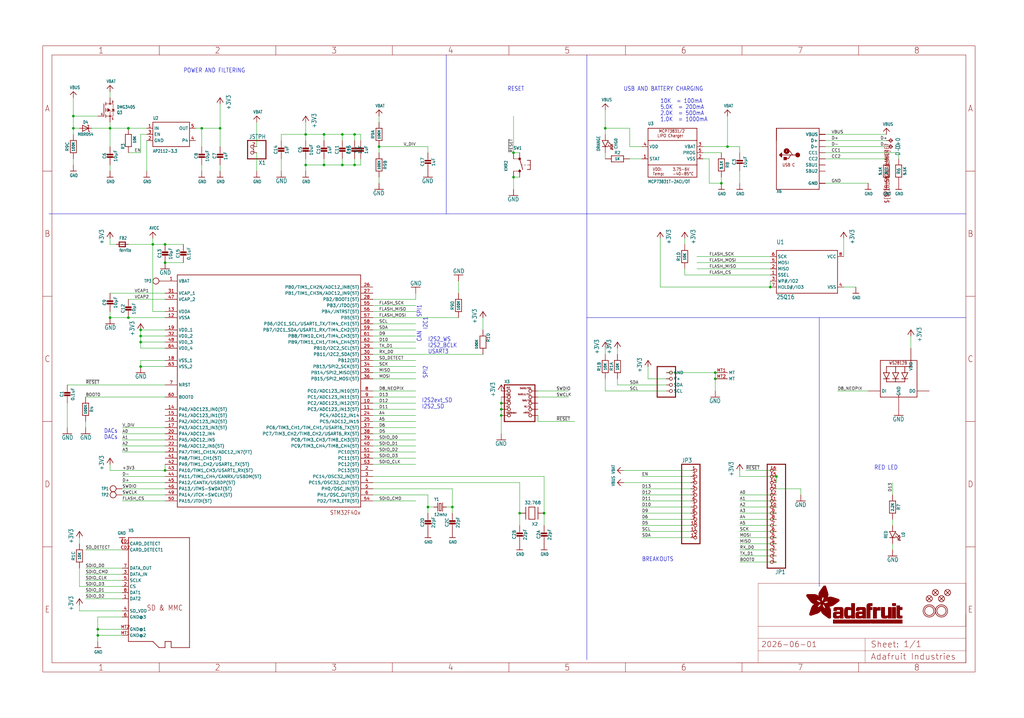
<source format=kicad_sch>
(kicad_sch (version 20230121) (generator eeschema)
  (paper "User" 425.45 298.602)
  (lib_symbols
    (symbol "working-eagle-import:+3V3" (power)
      (property "Value" "+3V3" (at -2.54 -5.08 90))
      (symbol "+3V3_1_0"
        (pin power_in line (at 0 -2.54 90) (length 2.54) (name "+3V3") (number "1"))
      )
    )
    (symbol "working-eagle-import:AVCC" (power)
      (property "Value" "AVCC" (at -1.524 1.016 0))
      (symbol "AVCC_1_0"
        (pin power_in line (at 0 -2.54 90) (length 2.54) (name "AVCC") (number "1"))
      )
    )
    (symbol "working-eagle-import:CAP_4PACK1206"
      (property "Reference" "C" (at -2.29 1.25 90))
      (symbol "CAP_4PACK1206_1_0"
        (pin passive line (at 0 5.08 270) (length 2.54) (name "1") (number "4"))
        (pin passive line (at 0 -2.54 90) (length 2.54) (name "2") (number "5"))
      )
      (symbol "CAP_4PACK1206_2_0"
        (pin passive line (at 0 5.08 270) (length 2.54) (name "1") (number "3"))
        (pin passive line (at 0 -2.54 90) (length 2.54) (name "2") (number "6"))
      )
      (symbol "CAP_4PACK1206_3_0"
        (pin passive line (at 0 5.08 270) (length 2.54) (name "1") (number "2"))
        (pin passive line (at 0 -2.54 90) (length 2.54) (name "2") (number "7"))
      )
      (symbol "CAP_4PACK1206_4_0"
        (pin passive line (at 0 5.08 270) (length 2.54) (name "1") (number "1"))
        (pin passive line (at 0 -2.54 90) (length 2.54) (name "2") (number "8"))
      )
    )
    (symbol "working-eagle-import:CAP_CERAMIC0603_NO"
      (property "Reference" "C" (at -2.29 1.25 90))
      (symbol "CAP_CERAMIC0603_NO_1_0"
        (pin passive line (at 0 5.08 270) (length 2.54) (name "1") (number "1"))
        (pin passive line (at 0 -2.54 90) (length 2.54) (name "2") (number "2"))
      )
    )
    (symbol "working-eagle-import:CAP_CERAMIC0805-NOOUTLINE"
      (property "Reference" "C" (at -2.29 1.25 90))
      (symbol "CAP_CERAMIC0805-NOOUTLINE_1_0"
        (pin passive line (at 0 5.08 270) (length 2.54) (name "1") (number "1"))
        (pin passive line (at 0 -2.54 90) (length 2.54) (name "2") (number "2"))
      )
    )
    (symbol "working-eagle-import:CON_JST_PH_2PIN"
      (property "Reference" "X" (at -6.35 5.715 0))
      (symbol "CON_JST_PH_2PIN_1_0"
        (pin passive inverted (at -2.54 2.54 0) (length 2.54) (name "1") (number "1"))
        (pin passive inverted (at -2.54 0 0) (length 2.54) (name "2") (number "2"))
      )
    )
    (symbol "working-eagle-import:CRYSTAL2.5X2.0"
      (property "Reference" "Y" (at -2.54 2.54 0))
      (symbol "CRYSTAL2.5X2.0_1_0"
        (pin passive line (at -2.54 0 0) (length 0) (name "1") (number "1"))
        (pin passive line (at 2.54 0 180) (length 0) (name "2") (number "3"))
      )
    )
    (symbol "working-eagle-import:DIODE-SCHOTTKYSOD-123"
      (property "Reference" "D" (at 0 2.54 0))
      (symbol "DIODE-SCHOTTKYSOD-123_1_0"
        (pin passive line (at -2.54 0 0) (length 2.54) (name "A") (number "A"))
        (pin passive line (at 2.54 0 180) (length 2.54) (name "C") (number "C"))
      )
    )
    (symbol "working-eagle-import:FERRITE-0805NO"
      (property "Reference" "FB" (at -1.27 1.905 0))
      (symbol "FERRITE-0805NO_1_0"
        (pin passive line (at -2.54 0 0) (length 2.54) (name "P$1") (number "1"))
        (pin passive line (at 2.54 0 180) (length 2.54) (name "P$2") (number "2"))
      )
    )
    (symbol "working-eagle-import:FIDUCIAL_1MM")
    (symbol "working-eagle-import:FRAME_A3_ADAFRUIT"
      (symbol "FRAME_A3_ADAFRUIT_1_0"
        (text "${#}/${##}" (at 357.505 10.16 0) (effects (font (size 2.54 2.54)) (justify left bottom)))
        (text "${CURRENT_DATE}" (at 298.45 10.16 0) (effects (font (size 2.286 2.286)) (justify left bottom)))
        (text "${PROJECTNAME}" (at 298.45 15.24 0) (effects (font (size 2.54 2.54)) (justify left bottom)))
        (text "1" (at 24.2094 1.905 0) (effects (font (size 2.54 2.286))))
        (text "1" (at 24.2094 258.445 0) (effects (font (size 2.54 2.286))))
        (text "2" (at 72.6281 1.905 0) (effects (font (size 2.54 2.286))))
        (text "2" (at 72.6281 258.445 0) (effects (font (size 2.54 2.286))))
        (text "3" (at 121.0469 1.905 0) (effects (font (size 2.54 2.286))))
        (text "3" (at 121.0469 258.445 0) (effects (font (size 2.54 2.286))))
        (text "4" (at 169.4656 1.905 0) (effects (font (size 2.54 2.286))))
        (text "4" (at 169.4656 258.445 0) (effects (font (size 2.54 2.286))))
        (text "5" (at 217.8844 1.905 0) (effects (font (size 2.54 2.286))))
        (text "5" (at 217.8844 258.445 0) (effects (font (size 2.54 2.286))))
        (text "6" (at 266.3031 1.905 0) (effects (font (size 2.54 2.286))))
        (text "6" (at 266.3031 258.445 0) (effects (font (size 2.54 2.286))))
        (text "7" (at 314.7219 1.905 0) (effects (font (size 2.54 2.286))))
        (text "7" (at 314.7219 258.445 0) (effects (font (size 2.54 2.286))))
        (text "8" (at 363.1406 1.905 0) (effects (font (size 2.54 2.286))))
        (text "8" (at 363.1406 258.445 0) (effects (font (size 2.54 2.286))))
        (text "A" (at 1.905 234.315 0) (effects (font (size 2.54 2.286))))
        (text "A" (at 385.445 234.315 0) (effects (font (size 2.54 2.286))))
        (text "Adafruit Industries" (at 343.916 4.953 0) (effects (font (size 2.54 2.54)) (justify left bottom)))
        (text "B" (at 1.905 182.245 0) (effects (font (size 2.54 2.286))))
        (text "B" (at 385.445 182.245 0) (effects (font (size 2.54 2.286))))
        (text "C" (at 1.905 130.175 0) (effects (font (size 2.54 2.286))))
        (text "C" (at 385.445 130.175 0) (effects (font (size 2.54 2.286))))
        (text "D" (at 1.905 78.105 0) (effects (font (size 2.54 2.286))))
        (text "D" (at 385.445 78.105 0) (effects (font (size 2.54 2.286))))
        (text "E" (at 1.905 26.035 0) (effects (font (size 2.54 2.286))))
        (text "E" (at 385.445 26.035 0) (effects (font (size 2.54 2.286))))
        (text "Sheet:" (at 343.916 10.033 0) (effects (font (size 2.54 2.54)) (justify left bottom)))
      )
    )
    (symbol "working-eagle-import:GND" (power)
      (property "Value" "GND" (at -1.524 -2.54 0))
      (symbol "GND_1_0"
        (pin power_in line (at 0 2.54 270) (length 2.54) (name "GND") (number "1"))
      )
    )
    (symbol "working-eagle-import:HEADER-1X12"
      (property "Reference" "JP" (at -6.35 18.415 0))
      (symbol "HEADER-1X12_1_0"
        (pin passive inverted (at -2.54 15.24 0) (length 2.54) (name "1") (number "1"))
        (pin passive inverted (at -2.54 -7.62 0) (length 2.54) (name "10") (number "10"))
        (pin passive inverted (at -2.54 -10.16 0) (length 2.54) (name "11") (number "11"))
        (pin passive inverted (at -2.54 -12.7 0) (length 2.54) (name "12") (number "12"))
        (pin passive inverted (at -2.54 12.7 0) (length 2.54) (name "2") (number "2"))
        (pin passive inverted (at -2.54 10.16 0) (length 2.54) (name "3") (number "3"))
        (pin passive inverted (at -2.54 7.62 0) (length 2.54) (name "4") (number "4"))
        (pin passive inverted (at -2.54 5.08 0) (length 2.54) (name "5") (number "5"))
        (pin passive inverted (at -2.54 2.54 0) (length 2.54) (name "6") (number "6"))
        (pin passive inverted (at -2.54 0 0) (length 2.54) (name "7") (number "7"))
        (pin passive inverted (at -2.54 -2.54 0) (length 2.54) (name "8") (number "8"))
        (pin passive inverted (at -2.54 -5.08 0) (length 2.54) (name "9") (number "9"))
      )
    )
    (symbol "working-eagle-import:HEADER-1X16ROUND"
      (property "Reference" "JP" (at -6.35 20.955 0))
      (symbol "HEADER-1X16ROUND_1_0"
        (pin passive inverted (at -2.54 17.78 0) (length 2.54) (name "1") (number "1"))
        (pin passive inverted (at -2.54 -5.08 0) (length 2.54) (name "10") (number "10"))
        (pin passive inverted (at -2.54 -7.62 0) (length 2.54) (name "11") (number "11"))
        (pin passive inverted (at -2.54 -10.16 0) (length 2.54) (name "12") (number "12"))
        (pin passive inverted (at -2.54 -12.7 0) (length 2.54) (name "13") (number "13"))
        (pin passive inverted (at -2.54 -15.24 0) (length 2.54) (name "14") (number "14"))
        (pin passive inverted (at -2.54 -17.78 0) (length 2.54) (name "15") (number "15"))
        (pin passive inverted (at -2.54 -20.32 0) (length 2.54) (name "16") (number "16"))
        (pin passive inverted (at -2.54 15.24 0) (length 2.54) (name "2") (number "2"))
        (pin passive inverted (at -2.54 12.7 0) (length 2.54) (name "3") (number "3"))
        (pin passive inverted (at -2.54 10.16 0) (length 2.54) (name "4") (number "4"))
        (pin passive inverted (at -2.54 7.62 0) (length 2.54) (name "5") (number "5"))
        (pin passive inverted (at -2.54 5.08 0) (length 2.54) (name "6") (number "6"))
        (pin passive inverted (at -2.54 2.54 0) (length 2.54) (name "7") (number "7"))
        (pin passive inverted (at -2.54 0 0) (length 2.54) (name "8") (number "8"))
        (pin passive inverted (at -2.54 -2.54 0) (length 2.54) (name "9") (number "9"))
      )
    )
    (symbol "working-eagle-import:JTAG-CORTEX"
      (property "Reference" "X" (at -6.35 8.255 0))
      (symbol "JTAG-CORTEX_1_0"
        (text "GND" (at -5.588 0.762 0) (effects (font (size 0.635 0.5397)) (justify left bottom)))
        (text "GND" (at -5.588 3.302 0) (effects (font (size 0.635 0.5397)) (justify left bottom)))
        (text "GNDDetect" (at -5.588 -4.318 0) (effects (font (size 0.635 0.5397)) (justify left bottom)))
        (text "KEY" (at -5.588 -1.778 0) (effects (font (size 0.635 0.5397)) (justify left bottom)))
        (text "NC/TDI" (at 1.778 -1.778 0) (effects (font (size 0.635 0.5397)) (justify left bottom)))
        (text "nRESET" (at 1.524 -4.318 0) (effects (font (size 0.635 0.5397)) (justify left bottom)))
        (text "SWDCLK/TCK" (at -0.762 3.302 0) (effects (font (size 0.635 0.5397)) (justify left bottom)))
        (text "SWDIO/TMS" (at 0 5.842 0) (effects (font (size 0.635 0.5397)) (justify left bottom)))
        (text "SWO/TDO" (at 1.016 0.762 0) (effects (font (size 0.635 0.5397)) (justify left bottom)))
        (text "VCC" (at -5.588 6.096 0) (effects (font (size 0.635 0.5397)) (justify left bottom)))
        (pin power_in line (at -7.62 5.08 0) (length 2.54) (name "VCC") (number "1"))
        (pin bidirectional line (at 7.62 -5.08 180) (length 2.54) (name "NRESET") (number "10"))
        (pin bidirectional line (at 7.62 5.08 180) (length 2.54) (name "SWDIO") (number "2"))
        (pin power_in line (at -7.62 2.54 0) (length 2.54) (name "GND@1") (number "3"))
        (pin bidirectional line (at 7.62 2.54 180) (length 2.54) (name "SWDCLK") (number "4"))
        (pin power_in line (at -7.62 0 0) (length 2.54) (name "GND@2") (number "5"))
        (pin bidirectional line (at 7.62 0 180) (length 2.54) (name "SWO") (number "6"))
        (pin bidirectional line (at -7.62 -2.54 0) (length 2.54) (name "KEY") (number "7"))
        (pin bidirectional line (at 7.62 -2.54 180) (length 2.54) (name "TDI") (number "8"))
        (pin bidirectional line (at -7.62 -5.08 0) (length 2.54) (name "GNDDETECT") (number "9"))
      )
    )
    (symbol "working-eagle-import:LED0805_NOOUTLINE"
      (property "Reference" "D" (at -1.27 4.445 0))
      (symbol "LED0805_NOOUTLINE_1_0"
        (pin passive line (at -5.08 0 0) (length 2.54) (name "A") (number "A"))
        (pin passive line (at 2.54 0 180) (length 2.54) (name "C") (number "C"))
      )
    )
    (symbol "working-eagle-import:MCP73831/2"
      (property "Reference" "U" (at -10.16 11.43 0))
      (symbol "MCP73831/2_1_0"
        (text "-40-85°C" (at 0 -9.525 0) (effects (font (size 1.27 1.0795)) (justify left bottom)))
        (text "3.75-6V" (at 0 -7.62 0) (effects (font (size 1.27 1.0795)) (justify left bottom)))
        (text "LIPO Charger" (at -6.35 6.35 0) (effects (font (size 1.27 1.0795)) (justify left bottom)))
        (text "MCP73831/2" (at -5.715 8.255 0) (effects (font (size 1.27 1.0795)) (justify left bottom)))
        (text "Temp:" (at -8.255 -9.525 0) (effects (font (size 1.27 1.0795)) (justify left bottom)))
        (text "VDD:" (at -8.255 -7.62 0) (effects (font (size 1.27 1.0795)) (justify left bottom)))
        (pin output line (at -12.7 -2.54 0) (length 2.54) (name "STAT") (number "1"))
        (pin power_in line (at 12.7 -2.54 180) (length 2.54) (name "VSS") (number "2"))
        (pin power_in line (at 12.7 2.54 180) (length 2.54) (name "VBAT") (number "3"))
        (pin power_in line (at -12.7 2.54 0) (length 2.54) (name "VDD") (number "4"))
        (pin input line (at 12.7 0 180) (length 2.54) (name "PROG") (number "5"))
      )
    )
    (symbol "working-eagle-import:MICROSD"
      (property "Reference" "X" (at -12.7 22.606 0))
      (symbol "MICROSD_1_0"
        (text "SD & MMC" (at -5.08 -10.16 0) (effects (font (size 2.1844 1.8567)) (justify left bottom)))
        (pin bidirectional line (at -15.24 -5.08 0) (length 2.54) (name "DAT2") (number "1"))
        (pin input line (at -15.24 0 0) (length 2.54) (name "CS") (number "2"))
        (pin input line (at -15.24 5.08 0) (length 2.54) (name "DATA_IN") (number "3"))
        (pin power_in line (at -15.24 -10.16 0) (length 2.54) (name "SD_VDD") (number "4"))
        (pin input line (at -15.24 2.54 0) (length 2.54) (name "SCLK") (number "5"))
        (pin power_in line (at -15.24 -12.7 0) (length 2.54) (name "GND@3") (number "6"))
        (pin output line (at -15.24 7.62 0) (length 2.54) (name "DATA_OUT") (number "7"))
        (pin bidirectional line (at -15.24 -2.54 0) (length 2.54) (name "DAT1") (number "8"))
        (pin passive line (at -15.24 17.78 0) (length 2.54) (name "CARD_DETECT") (number "CD1"))
        (pin passive line (at -15.24 15.24 0) (length 2.54) (name "CARD_DETECT1") (number "CD2"))
        (pin power_in line (at -15.24 -20.32 0) (length 2.54) (name "GND@2") (number "MT1"))
        (pin power_in line (at -15.24 -17.78 0) (length 2.54) (name "GND@1") (number "MT2"))
      )
    )
    (symbol "working-eagle-import:MOSFET-P"
      (property "Reference" "Q" (at 2.794 0.381 0))
      (symbol "MOSFET-P_1_0"
        (text "D" (at 0.635 -3.81 0) (effects (font (size 0.8128 0.6908)) (justify left bottom)))
        (text "G" (at -3.81 1.27 0) (effects (font (size 0.8128 0.6908)) (justify left bottom)))
        (text "S" (at 0.635 3.175 0) (effects (font (size 0.8128 0.6908)) (justify left bottom)))
        (pin passive line (at -5.08 2.54 0) (length 2.54) (name "G") (number "1"))
        (pin passive line (at 0 5.08 270) (length 2.54) (name "S") (number "2"))
        (pin passive line (at 0 -5.08 90) (length 2.54) (name "D") (number "3"))
      )
    )
    (symbol "working-eagle-import:MOUNTINGHOLE2.5")
    (symbol "working-eagle-import:RESISTOR_0603_NOOUT"
      (property "Reference" "R" (at 0 2.54 0))
      (symbol "RESISTOR_0603_NOOUT_1_0"
        (pin passive line (at -5.08 0 0) (length 2.54) (name "1") (number "1"))
        (pin passive line (at 5.08 0 180) (length 2.54) (name "2") (number "2"))
      )
    )
    (symbol "working-eagle-import:RESISTOR_4PACK_NO"
      (property "Reference" "R" (at 0 2.54 0))
      (symbol "RESISTOR_4PACK_NO_1_0"
        (pin passive line (at -5.08 0 0) (length 2.54) (name "1") (number "1"))
        (pin passive line (at 5.08 0 180) (length 2.54) (name "2") (number "8"))
      )
      (symbol "RESISTOR_4PACK_NO_2_0"
        (pin passive line (at -5.08 0 0) (length 2.54) (name "1") (number "2"))
        (pin passive line (at 5.08 0 180) (length 2.54) (name "2") (number "7"))
      )
      (symbol "RESISTOR_4PACK_NO_3_0"
        (pin passive line (at -5.08 0 0) (length 2.54) (name "1") (number "3"))
        (pin passive line (at 5.08 0 180) (length 2.54) (name "2") (number "6"))
      )
      (symbol "RESISTOR_4PACK_NO_4_0"
        (pin passive line (at -5.08 0 0) (length 2.54) (name "1") (number "4"))
        (pin passive line (at 5.08 0 180) (length 2.54) (name "2") (number "5"))
      )
    )
    (symbol "working-eagle-import:SPIFLASH_8PIN"
      (property "Reference" "U" (at -12.7 12.7 0))
      (symbol "SPIFLASH_8PIN_1_0"
        (pin bidirectional line (at -15.24 0 0) (length 2.54) (name "SSEL") (number "1"))
        (pin bidirectional line (at -15.24 2.54 0) (length 2.54) (name "MISO") (number "2"))
        (pin bidirectional line (at -15.24 -2.54 0) (length 2.54) (name "WP#/IO2") (number "3"))
        (pin bidirectional line (at 15.24 -5.08 180) (length 2.54) (name "VSS") (number "4"))
        (pin bidirectional line (at -15.24 5.08 0) (length 2.54) (name "MOSI") (number "5"))
        (pin bidirectional line (at -15.24 7.62 0) (length 2.54) (name "SCK") (number "6"))
        (pin bidirectional line (at -15.24 -5.08 0) (length 2.54) (name "HOLD#/IO3") (number "7"))
        (pin bidirectional line (at 15.24 7.62 180) (length 2.54) (name "VCC") (number "8"))
      )
    )
    (symbol "working-eagle-import:STEMMA_I2C_QT"
      (symbol "STEMMA_I2C_QT_1_0"
        (pin passive inverted (at 0 5.08 0) (length 2.54) (name "GND") (number "1"))
        (pin passive inverted (at 0 2.54 0) (length 2.54) (name "V+") (number "2"))
        (pin passive inverted (at 0 0 0) (length 2.54) (name "SDA") (number "3"))
        (pin passive inverted (at 0 -2.54 0) (length 2.54) (name "SCL") (number "4"))
      )
      (symbol "STEMMA_I2C_QT_2_0"
        (pin bidirectional line (at 0 0 0) (length 5.08) (name "MT") (number "MT1"))
      )
      (symbol "STEMMA_I2C_QT_3_0"
        (pin bidirectional line (at 0 0 0) (length 5.08) (name "MT") (number "MT2"))
      )
    )
    (symbol "working-eagle-import:STM32F405R"
      (symbol "STM32F405R_1_0"
        (text "STM32F40x" (at 38.1 -49.53 0) (effects (font (size 1.778 1.5113)) (justify right top)))
        (pin bidirectional line (at -43.18 45.72 0) (length 5.08) (name "VBAT") (number "1"))
        (pin bidirectional line (at 43.18 -5.08 180) (length 5.08) (name "PC2/ADC123_IN12(5T)") (number "10"))
        (pin bidirectional line (at 43.18 -7.62 180) (length 5.08) (name "PC3/ADC123_IN13(5T)") (number "11"))
        (pin bidirectional line (at -43.18 30.48 0) (length 5.08) (name "VSSA") (number "12"))
        (pin bidirectional line (at -43.18 33.02 0) (length 5.08) (name "VDDA") (number "13"))
        (pin bidirectional line (at -43.18 -7.62 0) (length 5.08) (name "PA0/ADC123_IN0(5T)") (number "14"))
        (pin bidirectional line (at -43.18 -10.16 0) (length 5.08) (name "PA1/ADC123_IN1(5T)") (number "15"))
        (pin bidirectional line (at -43.18 -12.7 0) (length 5.08) (name "PA2/ADC123_IN2(5T)") (number "16"))
        (pin bidirectional line (at -43.18 -15.24 0) (length 5.08) (name "PA3/ADC123_IN3(5T)") (number "17"))
        (pin bidirectional line (at -43.18 12.7 0) (length 5.08) (name "VSS_1") (number "18"))
        (pin bidirectional line (at -43.18 25.4 0) (length 5.08) (name "VDD_1") (number "19"))
        (pin bidirectional line (at 43.18 -33.02 180) (length 5.08) (name "PC13(5T)") (number "2"))
        (pin bidirectional line (at -43.18 -17.78 0) (length 5.08) (name "PA4/ADC12_IN4") (number "20"))
        (pin bidirectional line (at -43.18 -20.32 0) (length 5.08) (name "PA5/ADC12_IN5") (number "21"))
        (pin bidirectional line (at -43.18 -22.86 0) (length 5.08) (name "PA6/ADC12_IN6(5T)") (number "22"))
        (pin bidirectional line (at -43.18 -25.4 0) (length 5.08) (name "PA7/TIM1_CH1N/ADC12_IN7(FT)") (number "23"))
        (pin bidirectional line (at 43.18 -10.16 180) (length 5.08) (name "PC4/ADC12_IN14") (number "24"))
        (pin bidirectional line (at 43.18 -12.7 180) (length 5.08) (name "PC5/ADC12_IN15") (number "25"))
        (pin bidirectional line (at 43.18 43.18 180) (length 5.08) (name "PB0/TIM1_CH2N/ADC12_IN8(5T)") (number "26"))
        (pin bidirectional line (at 43.18 40.64 180) (length 5.08) (name "PB1/TIM1_CH3N/ADC12_IN9(5T)") (number "27"))
        (pin bidirectional line (at 43.18 38.1 180) (length 5.08) (name "PB2/BOOT1(5T)") (number "28"))
        (pin bidirectional line (at 43.18 17.78 180) (length 5.08) (name "PB10/I2C2_SCL(5T)") (number "29"))
        (pin bidirectional line (at 43.18 -35.56 180) (length 5.08) (name "PC14/OSC32_IN(5T)") (number "3"))
        (pin bidirectional line (at 43.18 15.24 180) (length 5.08) (name "PB11/I2C2_SDA(5T)") (number "30"))
        (pin bidirectional line (at -43.18 40.64 0) (length 5.08) (name "VCAP_1") (number "31"))
        (pin bidirectional line (at -43.18 22.86 0) (length 5.08) (name "VDD_2") (number "32"))
        (pin bidirectional line (at 43.18 12.7 180) (length 5.08) (name "PB12(5T)") (number "33"))
        (pin bidirectional line (at 43.18 10.16 180) (length 5.08) (name "PB13/SPI2_SCK(5T)") (number "34"))
        (pin bidirectional line (at 43.18 7.62 180) (length 5.08) (name "PB14/SPI2_MISO(5T)") (number "35"))
        (pin bidirectional line (at 43.18 5.08 180) (length 5.08) (name "PB15/SPI2_MOSI(5T)") (number "36"))
        (pin bidirectional line (at 43.18 -15.24 180) (length 5.08) (name "PC6/TIM3_CH1/TIM_CH1/USART6_TX(5T)") (number "37"))
        (pin bidirectional line (at 43.18 -17.78 180) (length 5.08) (name "PC7/TIM3_CH2/TIM8_CH2/USART6_RX(5T)") (number "38"))
        (pin bidirectional line (at 43.18 -20.32 180) (length 5.08) (name "PC8/TIM3_CH3/TIM8_CH3(5T)") (number "39"))
        (pin bidirectional line (at 43.18 -38.1 180) (length 5.08) (name "PC15/OSC32_OUT(5T)") (number "4"))
        (pin bidirectional line (at 43.18 -22.86 180) (length 5.08) (name "PC9/TIM3_CH4/TIM8_CH4(5T)") (number "40"))
        (pin bidirectional line (at -43.18 -27.94 0) (length 5.08) (name "PA8/TIM1_CH1(5T)") (number "41"))
        (pin bidirectional line (at -43.18 -30.48 0) (length 5.08) (name "PA9/TIM1_CH2/USART1_TX(5T)") (number "42"))
        (pin bidirectional line (at -43.18 -33.02 0) (length 5.08) (name "PA10/TIM1_CH3/USART1_RX(5T)") (number "43"))
        (pin bidirectional line (at -43.18 -35.56 0) (length 5.08) (name "PA11/TIM1_CH4/CANRX/USBDM(5T)") (number "44"))
        (pin bidirectional line (at -43.18 -38.1 0) (length 5.08) (name "PA12/CANTX/USBDP(5T)") (number "45"))
        (pin bidirectional line (at -43.18 -40.64 0) (length 5.08) (name "PA13/JTMS-SWDAT(5T)") (number "46"))
        (pin bidirectional line (at -43.18 38.1 0) (length 5.08) (name "VCAP_2") (number "47"))
        (pin bidirectional line (at -43.18 20.32 0) (length 5.08) (name "VDD_3") (number "48"))
        (pin bidirectional line (at -43.18 -43.18 0) (length 5.08) (name "PA14/JTCK-SWCLK(5T)") (number "49"))
        (pin bidirectional line (at 43.18 -40.64 180) (length 5.08) (name "PH0/OSC_IN(5T)") (number "5"))
        (pin bidirectional line (at -43.18 -45.72 0) (length 5.08) (name "PA15/JTDI(5T)") (number "50"))
        (pin bidirectional line (at 43.18 -25.4 180) (length 5.08) (name "PC10(5T)") (number "51"))
        (pin bidirectional line (at 43.18 -27.94 180) (length 5.08) (name "PC11(5T)") (number "52"))
        (pin bidirectional line (at 43.18 -30.48 180) (length 5.08) (name "PC12(5T)") (number "53"))
        (pin bidirectional line (at 43.18 -45.72 180) (length 5.08) (name "PD2/TIM3_ETR(5T)") (number "54"))
        (pin bidirectional line (at 43.18 35.56 180) (length 5.08) (name "PB3/JTDO(5T)") (number "55"))
        (pin bidirectional line (at 43.18 33.02 180) (length 5.08) (name "PB4/JNTRST(5T)") (number "56"))
        (pin bidirectional line (at 43.18 30.48 180) (length 5.08) (name "PB5(5T)") (number "57"))
        (pin bidirectional line (at 43.18 27.94 180) (length 5.08) (name "PB6/I2C1_SCL/USART1_TX/TIM4_CH1(5T)") (number "58"))
        (pin bidirectional line (at 43.18 25.4 180) (length 5.08) (name "PB7/I2C1_SDA/USART1_RX/TIM4_CH2(5T)") (number "59"))
        (pin bidirectional line (at 43.18 -43.18 180) (length 5.08) (name "PH1/OSC_OUT(5T)") (number "6"))
        (pin bidirectional line (at -43.18 -2.54 0) (length 5.08) (name "BOOT0") (number "60"))
        (pin bidirectional line (at 43.18 22.86 180) (length 5.08) (name "PB8/TIM10_CH1/TIM4_CH3(5T)") (number "61"))
        (pin bidirectional line (at 43.18 20.32 180) (length 5.08) (name "PB9/TIM11_CH1/TIM4_CH4(5T)") (number "62"))
        (pin bidirectional line (at -43.18 10.16 0) (length 5.08) (name "VSS_2") (number "63"))
        (pin bidirectional line (at -43.18 17.78 0) (length 5.08) (name "VDD_4") (number "64"))
        (pin bidirectional line (at -43.18 2.54 0) (length 5.08) (name "NRST") (number "7"))
        (pin bidirectional line (at 43.18 0 180) (length 5.08) (name "PC0/ADC123_IN10(5T)") (number "8"))
        (pin bidirectional line (at 43.18 -2.54 180) (length 5.08) (name "PC1/ADC123_IN11(5T)") (number "9"))
      )
    )
    (symbol "working-eagle-import:SWITCH_TACT_SMT4.6X2.8"
      (property "Reference" "SW" (at -2.54 6.35 0))
      (symbol "SWITCH_TACT_SMT4.6X2.8_1_0"
        (pin passive line (at -5.08 0 0) (length 2.54) (name "P") (number "A"))
        (pin passive line (at -5.08 -2.54 0) (length 2.54) (name "P1") (number "A'"))
        (pin passive line (at 5.08 0 180) (length 2.54) (name "S") (number "B"))
        (pin passive line (at 5.08 -2.54 180) (length 2.54) (name "S1") (number "B'"))
      )
    )
    (symbol "working-eagle-import:TESTPOINTROUND1.5MM"
      (property "Reference" "TP" (at 0 5.588 90))
      (symbol "TESTPOINTROUND1.5MM_1_0"
        (pin bidirectional line (at 0 0 90) (length 2.54) (name "P$1") (number "P$1"))
      )
    )
    (symbol "working-eagle-import:TPB1,27"
      (property "Reference" "TP" (at -1.27 1.27 0))
      (symbol "TPB1,27_1_0"
        (text "${TP_SIGNAL_NAME}" (at 1.27 -1.27 0) (effects (font (size 1.778 1.5113)) (justify left bottom)))
        (pin input line (at 0 -2.54 90) (length 2.54) (name "TP") (number "TP"))
      )
    )
    (symbol "working-eagle-import:USB_C"
      (property "Reference" "X" (at -10.16 13.716 0))
      (symbol "USB_C_1_0"
        (text "USB C" (at -5.08 -2.54 0) (effects (font (size 1.27 1.0795))))
        (pin power_in line (at 10.16 -10.16 180) (length 2.54) (name "GND") (number "A1B12"))
        (pin power_in line (at 10.16 10.16 180) (length 2.54) (name "VBUS") (number "A4B9"))
        (pin bidirectional line (at 10.16 2.54 180) (length 2.54) (name "CC1") (number "A5"))
        (pin bidirectional line (at 10.16 7.62 180) (length 2.54) (name "D+") (number "A6"))
        (pin bidirectional line (at 10.16 5.08 180) (length 2.54) (name "D-") (number "A7"))
        (pin bidirectional line (at 10.16 -2.54 180) (length 2.54) (name "SBU1") (number "A8"))
        (pin power_in line (at 10.16 -10.16 180) (length 2.54) (name "GND") (number "B1A12"))
        (pin power_in line (at 10.16 10.16 180) (length 2.54) (name "VBUS") (number "B4A9"))
        (pin bidirectional line (at 10.16 0 180) (length 2.54) (name "CC2") (number "B5"))
        (pin bidirectional line (at 10.16 7.62 180) (length 2.54) (name "D+") (number "B6"))
        (pin bidirectional line (at 10.16 5.08 180) (length 2.54) (name "D-") (number "B7"))
        (pin bidirectional line (at 10.16 -5.08 180) (length 2.54) (name "SBU2") (number "B8"))
      )
    )
    (symbol "working-eagle-import:VBAT" (power)
      (property "Value" "VBAT" (at -1.524 1.016 0))
      (symbol "VBAT_1_0"
        (pin power_in line (at 0 -2.54 90) (length 2.54) (name "VBAT") (number "1"))
      )
    )
    (symbol "working-eagle-import:VBUS" (power)
      (property "Value" "VBUS" (at -1.524 1.016 0))
      (symbol "VBUS_1_0"
        (pin power_in line (at 0 -2.54 90) (length 2.54) (name "VBUS") (number "1"))
      )
    )
    (symbol "working-eagle-import:VREG_SOT23-5"
      (property "Reference" "U" (at -7.62 6.096 0))
      (symbol "VREG_SOT23-5_1_0"
        (pin power_in line (at -10.16 2.54 0) (length 2.54) (name "IN") (number "1"))
        (pin power_in line (at -10.16 -2.54 0) (length 2.54) (name "GND") (number "2"))
        (pin input line (at -10.16 0 0) (length 2.54) (name "EN") (number "3"))
        (pin bidirectional line (at 10.16 -2.54 180) (length 2.54) (name "P4") (number "4"))
        (pin power_in line (at 10.16 2.54 180) (length 2.54) (name "OUT") (number "5"))
      )
    )
    (symbol "working-eagle-import:WS2812B3535"
      (symbol "WS2812B3535_1_0"
        (text "WS2812B" (at -4.064 8.382 0) (effects (font (size 1.27 1.0795)) (justify left bottom)))
        (pin input line (at -12.7 -2.54 0) (length 5.08) (name "DI") (number "1"))
        (pin power_in line (at 5.08 15.24 270) (length 5.08) (name "VDD") (number "2"))
        (pin output line (at 12.7 -2.54 180) (length 5.08) (name "DO") (number "3"))
        (pin power_in line (at 0 -10.16 90) (length 5.08) (name "GND") (number "4"))
      )
    )
    (symbol "working-eagle-import:XTAL-3.2X1.5"
      (property "Reference" "X" (at -2.54 3.81 0))
      (symbol "XTAL-3.2X1.5_1_0"
        (pin bidirectional line (at -5.08 0 0) (length 2.54) (name "P$1") (number "P$1"))
        (pin bidirectional line (at 5.08 0 180) (length 2.54) (name "P$2") (number "P$2"))
      )
    )
    (symbol "working-eagle-import:supply1_GND" (power)
      (property "Value" "supply1_GND" (at -2.54 -2.54 0))
      (symbol "supply1_GND_1_0"
        (pin power_in line (at 0 2.54 270) (length 2.54) (name "GND") (number "1"))
      )
    )
  )
  (junction (at 68.58 195.58))
  (junction (at 134.62 55.88))
  (junction (at 63.5 101.6))
  (junction (at 83.82 53.34))
  (junction (at 226.06 213.36))
  (junction (at 297.18 157.48))
  (junction (at 215.9 213.36))
  (junction (at 68.58 109.22))
  (junction (at 53.34 132.08))
  (junction (at 157.48 60.96))
  (junction (at 322.58 198.12))
  (junction (at 177.8 210.82))
  (junction (at 142.24 55.88))
  (junction (at 208.28 167.64))
  (junction (at 68.58 101.6))
  (junction (at 30.48 53.34))
  (junction (at 142.24 68.58))
  (junction (at 58.42 137.16))
  (junction (at 208.28 170.18))
  (junction (at 127 68.58))
  (junction (at 45.72 53.34))
  (junction (at 40.64 261.62))
  (junction (at 30.48 48.26))
  (junction (at 147.32 68.58))
  (junction (at 53.34 53.34))
  (junction (at 91.44 53.34))
  (junction (at 45.72 132.08))
  (junction (at 213.36 73.66))
  (junction (at 58.42 142.24))
  (junction (at 297.18 154.94))
  (junction (at 320.04 119.38))
  (junction (at 299.72 76.2))
  (junction (at 213.36 63.5))
  (junction (at 127 55.88))
  (junction (at 58.42 139.7))
  (junction (at 147.32 55.88))
  (junction (at 58.42 152.4))
  (junction (at 187.96 210.82))
  (junction (at 251.46 53.34))
  (junction (at 302.26 60.96))
  (junction (at 40.64 264.16))
  (junction (at 208.28 172.72))
  (junction (at 134.62 68.58))
  (wire (pts (xy 213.36 63.5) (xy 215.9 63.5)) (stroke (width 0.1524)))
  (wire (pts (xy 287.02 213.36) (xy 266.7 213.36)) (stroke (width 0.1524)))
  (wire (pts (xy 45.72 132.08) (xy 53.34 132.08)) (stroke (width 0.1524)))
  (wire (pts (xy 154.94 172.72) (xy 172.72 172.72)) (stroke (width 0.1524)))
  (wire (pts (xy 147.32 55.88) (xy 147.32 58.42)) (stroke (width 0.1524)))
  (wire (pts (xy 223.52 172.72) (xy 223.52 175.26)) (stroke (width 0.1524)))
  (wire (pts (xy 68.58 180.34) (xy 50.8 180.34)) (stroke (width 0.1524)))
  (wire (pts (xy 142.24 66.04) (xy 142.24 68.58)) (stroke (width 0.1524)))
  (polyline (pts (xy 340.36 243.84) (xy 340.36 132.08)) (stroke (width 0.1524) (type solid)))
  (wire (pts (xy 276.86 157.48) (xy 269.24 157.48)) (stroke (width 0.1524)))
  (wire (pts (xy 266.7 223.52) (xy 287.02 223.52)) (stroke (width 0.1524)))
  (wire (pts (xy 154.94 167.64) (xy 172.72 167.64)) (stroke (width 0.1524)))
  (wire (pts (xy 187.96 210.82) (xy 187.96 213.36)) (stroke (width 0.1524)))
  (wire (pts (xy 322.58 198.12) (xy 322.58 200.66)) (stroke (width 0.1524)))
  (wire (pts (xy 149.86 55.88) (xy 149.86 58.42)) (stroke (width 0.1524)))
  (wire (pts (xy 58.42 139.7) (xy 58.42 142.24)) (stroke (width 0.1524)))
  (wire (pts (xy 134.62 58.42) (xy 134.62 55.88)) (stroke (width 0.1524)))
  (wire (pts (xy 154.94 185.42) (xy 172.72 185.42)) (stroke (width 0.1524)))
  (wire (pts (xy 215.9 73.66) (xy 213.36 73.66)) (stroke (width 0.1524)))
  (wire (pts (xy 58.42 152.4) (xy 68.58 152.4)) (stroke (width 0.1524)))
  (wire (pts (xy 33.02 226.06) (xy 33.02 223.52)) (stroke (width 0.1524)))
  (wire (pts (xy 154.94 147.32) (xy 200.66 147.32)) (stroke (width 0.1524)))
  (wire (pts (xy 251.46 162.56) (xy 276.86 162.56)) (stroke (width 0.1524)))
  (wire (pts (xy 134.62 55.88) (xy 142.24 55.88)) (stroke (width 0.1524)))
  (polyline (pts (xy 401.32 132.08) (xy 340.36 132.08)) (stroke (width 0.1524) (type solid)))
  (wire (pts (xy 154.94 149.86) (xy 172.72 149.86)) (stroke (width 0.1524)))
  (wire (pts (xy 294.64 66.04) (xy 294.64 76.2)) (stroke (width 0.1524)))
  (wire (pts (xy 91.44 68.58) (xy 91.44 71.12)) (stroke (width 0.1524)))
  (wire (pts (xy 33.02 243.84) (xy 50.8 243.84)) (stroke (width 0.1524)))
  (wire (pts (xy 322.58 203.2) (xy 332.74 203.2)) (stroke (width 0.1524)))
  (wire (pts (xy 284.48 99.06) (xy 284.48 101.6)) (stroke (width 0.1524)))
  (wire (pts (xy 116.84 66.04) (xy 116.84 71.12)) (stroke (width 0.1524)))
  (wire (pts (xy 287.02 218.44) (xy 266.7 218.44)) (stroke (width 0.1524)))
  (wire (pts (xy 127 55.88) (xy 116.84 55.88)) (stroke (width 0.1524)))
  (wire (pts (xy 35.56 238.76) (xy 50.8 238.76)) (stroke (width 0.1524)))
  (wire (pts (xy 261.62 66.04) (xy 266.7 66.04)) (stroke (width 0.1524)))
  (wire (pts (xy 81.28 53.34) (xy 83.82 53.34)) (stroke (width 0.1524)))
  (wire (pts (xy 294.64 76.2) (xy 299.72 76.2)) (stroke (width 0.1524)))
  (wire (pts (xy 307.34 233.68) (xy 322.58 233.68)) (stroke (width 0.1524)))
  (wire (pts (xy 215.9 213.36) (xy 215.9 218.44)) (stroke (width 0.1524)))
  (wire (pts (xy 287.02 220.98) (xy 266.7 220.98)) (stroke (width 0.1524)))
  (wire (pts (xy 68.58 109.22) (xy 76.2 109.22)) (stroke (width 0.1524)))
  (wire (pts (xy 276.86 160.02) (xy 256.54 160.02)) (stroke (width 0.1524)))
  (wire (pts (xy 154.94 182.88) (xy 172.72 182.88)) (stroke (width 0.1524)))
  (wire (pts (xy 50.8 248.92) (xy 35.56 248.92)) (stroke (width 0.1524)))
  (wire (pts (xy 302.26 48.26) (xy 302.26 60.96)) (stroke (width 0.1524)))
  (wire (pts (xy 342.9 58.42) (xy 368.3 58.42)) (stroke (width 0.1524)))
  (wire (pts (xy 68.58 193.04) (xy 68.58 195.58)) (stroke (width 0.1524)))
  (wire (pts (xy 45.72 53.34) (xy 45.72 60.96)) (stroke (width 0.1524)))
  (wire (pts (xy 297.18 154.94) (xy 276.86 154.94)) (stroke (width 0.1524)))
  (wire (pts (xy 172.72 137.16) (xy 154.94 137.16)) (stroke (width 0.1524)))
  (wire (pts (xy 53.34 53.34) (xy 45.72 53.34)) (stroke (width 0.1524)))
  (wire (pts (xy 68.58 139.7) (xy 58.42 139.7)) (stroke (width 0.1524)))
  (wire (pts (xy 157.48 60.96) (xy 157.48 63.5)) (stroke (width 0.1524)))
  (wire (pts (xy 68.58 177.8) (xy 50.8 177.8)) (stroke (width 0.1524)))
  (wire (pts (xy 187.96 210.82) (xy 185.42 210.82)) (stroke (width 0.1524)))
  (wire (pts (xy 154.94 132.08) (xy 190.5 132.08)) (stroke (width 0.1524)))
  (wire (pts (xy 68.58 185.42) (xy 50.8 185.42)) (stroke (width 0.1524)))
  (wire (pts (xy 154.94 129.54) (xy 172.72 129.54)) (stroke (width 0.1524)))
  (wire (pts (xy 190.5 116.84) (xy 190.5 121.92)) (stroke (width 0.1524)))
  (wire (pts (xy 27.94 177.8) (xy 27.94 167.64)) (stroke (width 0.1524)))
  (wire (pts (xy 154.94 180.34) (xy 172.72 180.34)) (stroke (width 0.1524)))
  (wire (pts (xy 91.44 53.34) (xy 91.44 43.18)) (stroke (width 0.1524)))
  (wire (pts (xy 68.58 203.2) (xy 50.8 203.2)) (stroke (width 0.1524)))
  (wire (pts (xy 223.52 175.26) (xy 238.76 175.26)) (stroke (width 0.1524)))
  (polyline (pts (xy 243.84 274.32) (xy 243.84 132.08)) (stroke (width 0.1524) (type solid)))
  (polyline (pts (xy 20.32 88.9) (xy 185.42 88.9)) (stroke (width 0.1524) (type solid)))
  (wire (pts (xy 35.56 241.3) (xy 50.8 241.3)) (stroke (width 0.1524)))
  (wire (pts (xy 355.6 119.38) (xy 350.52 119.38)) (stroke (width 0.1524)))
  (wire (pts (xy 370.84 215.9) (xy 370.84 218.44)) (stroke (width 0.1524)))
  (wire (pts (xy 266.7 210.82) (xy 287.02 210.82)) (stroke (width 0.1524)))
  (wire (pts (xy 58.42 55.88) (xy 60.96 55.88)) (stroke (width 0.1524)))
  (wire (pts (xy 154.94 157.48) (xy 172.72 157.48)) (stroke (width 0.1524)))
  (wire (pts (xy 307.34 71.12) (xy 307.34 76.2)) (stroke (width 0.1524)))
  (wire (pts (xy 287.02 200.66) (xy 259.08 200.66)) (stroke (width 0.1524)))
  (wire (pts (xy 215.9 200.66) (xy 154.94 200.66)) (stroke (width 0.1524)))
  (polyline (pts (xy 340.36 132.08) (xy 243.84 132.08)) (stroke (width 0.1524) (type solid)))
  (wire (pts (xy 157.48 60.96) (xy 177.8 60.96)) (stroke (width 0.1524)))
  (wire (pts (xy 134.62 68.58) (xy 134.62 66.04)) (stroke (width 0.1524)))
  (wire (pts (xy 187.96 203.2) (xy 187.96 210.82)) (stroke (width 0.1524)))
  (wire (pts (xy 127 55.88) (xy 127 50.8)) (stroke (width 0.1524)))
  (wire (pts (xy 45.72 68.58) (xy 45.72 71.12)) (stroke (width 0.1524)))
  (wire (pts (xy 50.8 228.6) (xy 35.56 228.6)) (stroke (width 0.1524)))
  (wire (pts (xy 83.82 68.58) (xy 83.82 71.12)) (stroke (width 0.1524)))
  (wire (pts (xy 180.34 210.82) (xy 177.8 210.82)) (stroke (width 0.1524)))
  (wire (pts (xy 33.02 53.34) (xy 30.48 53.34)) (stroke (width 0.1524)))
  (wire (pts (xy 127 71.12) (xy 127 68.58)) (stroke (width 0.1524)))
  (wire (pts (xy 360.68 76.2) (xy 342.9 76.2)) (stroke (width 0.1524)))
  (wire (pts (xy 307.34 218.44) (xy 322.58 218.44)) (stroke (width 0.1524)))
  (wire (pts (xy 213.36 48.26) (xy 213.36 63.5)) (stroke (width 0.1524)))
  (wire (pts (xy 50.8 198.12) (xy 68.58 198.12)) (stroke (width 0.1524)))
  (wire (pts (xy 40.64 264.16) (xy 50.8 264.16)) (stroke (width 0.1524)))
  (wire (pts (xy 342.9 66.04) (xy 368.3 66.04)) (stroke (width 0.1524)))
  (wire (pts (xy 157.48 48.26) (xy 157.48 50.8)) (stroke (width 0.1524)))
  (wire (pts (xy 40.64 264.16) (xy 40.64 266.7)) (stroke (width 0.1524)))
  (wire (pts (xy 172.72 154.94) (xy 154.94 154.94)) (stroke (width 0.1524)))
  (wire (pts (xy 360.68 162.56) (xy 347.98 162.56)) (stroke (width 0.1524)))
  (wire (pts (xy 320.04 119.38) (xy 274.32 119.38)) (stroke (width 0.1524)))
  (wire (pts (xy 50.8 182.88) (xy 68.58 182.88)) (stroke (width 0.1524)))
  (wire (pts (xy 154.94 203.2) (xy 187.96 203.2)) (stroke (width 0.1524)))
  (wire (pts (xy 38.1 53.34) (xy 45.72 53.34)) (stroke (width 0.1524)))
  (wire (pts (xy 45.72 195.58) (xy 45.72 193.04)) (stroke (width 0.1524)))
  (wire (pts (xy 48.26 101.6) (xy 45.72 101.6)) (stroke (width 0.1524)))
  (wire (pts (xy 154.94 124.46) (xy 172.72 124.46)) (stroke (width 0.1524)))
  (wire (pts (xy 251.46 45.72) (xy 251.46 53.34)) (stroke (width 0.1524)))
  (wire (pts (xy 177.8 210.82) (xy 177.8 205.74)) (stroke (width 0.1524)))
  (wire (pts (xy 342.9 60.96) (xy 368.3 60.96)) (stroke (width 0.1524)))
  (wire (pts (xy 200.66 132.08) (xy 200.66 137.16)) (stroke (width 0.1524)))
  (wire (pts (xy 45.72 38.1) (xy 45.72 40.64)) (stroke (width 0.1524)))
  (wire (pts (xy 370.84 226.06) (xy 370.84 228.6)) (stroke (width 0.1524)))
  (wire (pts (xy 60.96 53.34) (xy 53.34 53.34)) (stroke (width 0.1524)))
  (wire (pts (xy 30.48 55.88) (xy 30.48 53.34)) (stroke (width 0.1524)))
  (wire (pts (xy 342.9 63.5) (xy 373.38 63.5)) (stroke (width 0.1524)))
  (wire (pts (xy 261.62 53.34) (xy 261.62 60.96)) (stroke (width 0.1524)))
  (wire (pts (xy 154.94 177.8) (xy 172.72 177.8)) (stroke (width 0.1524)))
  (wire (pts (xy 302.26 60.96) (xy 292.1 60.96)) (stroke (width 0.1524)))
  (wire (pts (xy 154.94 134.62) (xy 172.72 134.62)) (stroke (width 0.1524)))
  (wire (pts (xy 147.32 66.04) (xy 147.32 68.58)) (stroke (width 0.1524)))
  (wire (pts (xy 322.58 205.74) (xy 307.34 205.74)) (stroke (width 0.1524)))
  (wire (pts (xy 68.58 101.6) (xy 76.2 101.6)) (stroke (width 0.1524)))
  (wire (pts (xy 149.86 68.58) (xy 149.86 66.04)) (stroke (width 0.1524)))
  (wire (pts (xy 68.58 124.46) (xy 53.34 124.46)) (stroke (width 0.1524)))
  (wire (pts (xy 142.24 68.58) (xy 147.32 68.58)) (stroke (width 0.1524)))
  (wire (pts (xy 154.94 165.1) (xy 172.72 165.1)) (stroke (width 0.1524)))
  (wire (pts (xy 251.46 157.48) (xy 251.46 162.56)) (stroke (width 0.1524)))
  (wire (pts (xy 33.02 243.84) (xy 33.02 236.22)) (stroke (width 0.1524)))
  (wire (pts (xy 177.8 60.96) (xy 177.8 63.5)) (stroke (width 0.1524)))
  (wire (pts (xy 154.94 170.18) (xy 172.72 170.18)) (stroke (width 0.1524)))
  (wire (pts (xy 50.8 256.54) (xy 40.64 256.54)) (stroke (width 0.1524)))
  (wire (pts (xy 68.58 142.24) (xy 58.42 142.24)) (stroke (width 0.1524)))
  (wire (pts (xy 274.32 119.38) (xy 274.32 99.06)) (stroke (width 0.1524)))
  (wire (pts (xy 307.34 63.5) (xy 307.34 60.96)) (stroke (width 0.1524)))
  (wire (pts (xy 177.8 210.82) (xy 177.8 213.36)) (stroke (width 0.1524)))
  (wire (pts (xy 322.58 195.58) (xy 309.88 195.58)) (stroke (width 0.1524)))
  (wire (pts (xy 154.94 187.96) (xy 172.72 187.96)) (stroke (width 0.1524)))
  (wire (pts (xy 292.1 66.04) (xy 294.64 66.04)) (stroke (width 0.1524)))
  (wire (pts (xy 266.7 198.12) (xy 287.02 198.12)) (stroke (width 0.1524)))
  (wire (pts (xy 368.3 55.88) (xy 342.9 55.88)) (stroke (width 0.1524)))
  (wire (pts (xy 68.58 149.86) (xy 58.42 149.86)) (stroke (width 0.1524)))
  (wire (pts (xy 284.48 114.3) (xy 320.04 114.3)) (stroke (width 0.1524)))
  (wire (pts (xy 68.58 121.92) (xy 45.72 121.92)) (stroke (width 0.1524)))
  (wire (pts (xy 154.94 205.74) (xy 177.8 205.74)) (stroke (width 0.1524)))
  (wire (pts (xy 370.84 205.74) (xy 370.84 200.66)) (stroke (width 0.1524)))
  (wire (pts (xy 287.02 203.2) (xy 266.7 203.2)) (stroke (width 0.1524)))
  (wire (pts (xy 322.58 210.82) (xy 307.34 210.82)) (stroke (width 0.1524)))
  (wire (pts (xy 307.34 198.12) (xy 322.58 198.12)) (stroke (width 0.1524)))
  (wire (pts (xy 373.38 63.5) (xy 373.38 66.04)) (stroke (width 0.1524)))
  (polyline (pts (xy 401.32 88.9) (xy 243.84 88.9)) (stroke (width 0.1524) (type solid)))
  (wire (pts (xy 154.94 162.56) (xy 172.72 162.56)) (stroke (width 0.1524)))
  (wire (pts (xy 172.72 124.46) (xy 172.72 121.92)) (stroke (width 0.1524)))
  (wire (pts (xy 53.34 101.6) (xy 63.5 101.6)) (stroke (width 0.1524)))
  (wire (pts (xy 261.62 60.96) (xy 266.7 60.96)) (stroke (width 0.1524)))
  (wire (pts (xy 154.94 127) (xy 172.72 127)) (stroke (width 0.1524)))
  (wire (pts (xy 30.48 53.34) (xy 30.48 48.26)) (stroke (width 0.1524)))
  (wire (pts (xy 134.62 55.88) (xy 127 55.88)) (stroke (width 0.1524)))
  (wire (pts (xy 127 68.58) (xy 127 66.04)) (stroke (width 0.1524)))
  (wire (pts (xy 208.28 167.64) (xy 208.28 170.18)) (stroke (width 0.1524)))
  (wire (pts (xy 322.58 228.6) (xy 307.34 228.6)) (stroke (width 0.1524)))
  (wire (pts (xy 60.96 58.42) (xy 60.96 71.12)) (stroke (width 0.1524)))
  (wire (pts (xy 154.94 198.12) (xy 226.06 198.12)) (stroke (width 0.1524)))
  (wire (pts (xy 68.58 200.66) (xy 50.8 200.66)) (stroke (width 0.1524)))
  (wire (pts (xy 332.74 203.2) (xy 332.74 205.74)) (stroke (width 0.1524)))
  (polyline (pts (xy 185.42 88.9) (xy 185.42 22.86)) (stroke (width 0.1524) (type solid)))
  (wire (pts (xy 68.58 137.16) (xy 58.42 137.16)) (stroke (width 0.1524)))
  (wire (pts (xy 106.68 50.8) (xy 106.68 60.96)) (stroke (width 0.1524)))
  (wire (pts (xy 287.02 208.28) (xy 266.7 208.28)) (stroke (width 0.1524)))
  (wire (pts (xy 251.46 63.5) (xy 251.46 66.04)) (stroke (width 0.1524)))
  (wire (pts (xy 172.72 175.26) (xy 154.94 175.26)) (stroke (width 0.1524)))
  (wire (pts (xy 297.18 157.48) (xy 297.18 154.94)) (stroke (width 0.1524)))
  (wire (pts (xy 154.94 190.5) (xy 172.72 190.5)) (stroke (width 0.1524)))
  (wire (pts (xy 307.34 226.06) (xy 322.58 226.06)) (stroke (width 0.1524)))
  (polyline (pts (xy 243.84 132.08) (xy 243.84 88.9)) (stroke (width 0.1524) (type solid)))
  (wire (pts (xy 307.34 195.58) (xy 307.34 198.12)) (stroke (width 0.1524)))
  (wire (pts (xy 53.34 132.08) (xy 68.58 132.08)) (stroke (width 0.1524)))
  (wire (pts (xy 322.58 215.9) (xy 307.34 215.9)) (stroke (width 0.1524)))
  (wire (pts (xy 63.5 101.6) (xy 68.58 101.6)) (stroke (width 0.1524)))
  (wire (pts (xy 251.46 144.78) (xy 251.46 147.32)) (stroke (width 0.1524)))
  (wire (pts (xy 299.72 73.66) (xy 299.72 76.2)) (stroke (width 0.1524)))
  (wire (pts (xy 154.94 208.28) (xy 172.72 208.28)) (stroke (width 0.1524)))
  (wire (pts (xy 215.9 200.66) (xy 215.9 213.36)) (stroke (width 0.1524)))
  (wire (pts (xy 266.7 215.9) (xy 287.02 215.9)) (stroke (width 0.1524)))
  (wire (pts (xy 68.58 160.02) (xy 27.94 160.02)) (stroke (width 0.1524)))
  (wire (pts (xy 320.04 106.68) (xy 289.56 106.68)) (stroke (width 0.1524)))
  (wire (pts (xy 134.62 68.58) (xy 127 68.58)) (stroke (width 0.1524)))
  (wire (pts (xy 106.68 71.12) (xy 106.68 63.5)) (stroke (width 0.1524)))
  (wire (pts (xy 50.8 261.62) (xy 40.64 261.62)) (stroke (width 0.1524)))
  (wire (pts (xy 83.82 60.96) (xy 83.82 53.34)) (stroke (width 0.1524)))
  (wire (pts (xy 53.34 63.5) (xy 58.42 63.5)) (stroke (width 0.1524)))
  (wire (pts (xy 307.34 208.28) (xy 322.58 208.28)) (stroke (width 0.1524)))
  (wire (pts (xy 68.58 195.58) (xy 45.72 195.58)) (stroke (width 0.1524)))
  (wire (pts (xy 208.28 170.18) (xy 208.28 172.72)) (stroke (width 0.1524)))
  (wire (pts (xy 292.1 63.5) (xy 299.72 63.5)) (stroke (width 0.1524)))
  (wire (pts (xy 289.56 109.22) (xy 320.04 109.22)) (stroke (width 0.1524)))
  (wire (pts (xy 251.46 53.34) (xy 261.62 53.34)) (stroke (width 0.1524)))
  (wire (pts (xy 45.72 99.06) (xy 45.72 101.6)) (stroke (width 0.1524)))
  (wire (pts (xy 259.08 195.58) (xy 287.02 195.58)) (stroke (width 0.1524)))
  (wire (pts (xy 50.8 246.38) (xy 35.56 246.38)) (stroke (width 0.1524)))
  (wire (pts (xy 142.24 55.88) (xy 147.32 55.88)) (stroke (width 0.1524)))
  (wire (pts (xy 208.28 165.1) (xy 208.28 167.64)) (stroke (width 0.1524)))
  (wire (pts (xy 91.44 53.34) (xy 91.44 60.96)) (stroke (width 0.1524)))
  (wire (pts (xy 63.5 99.06) (xy 63.5 101.6)) (stroke (width 0.1524)))
  (wire (pts (xy 223.52 162.56) (xy 236.22 162.56)) (stroke (width 0.1524)))
  (wire (pts (xy 266.7 205.74) (xy 287.02 205.74)) (stroke (width 0.1524)))
  (wire (pts (xy 33.02 254) (xy 33.02 251.46)) (stroke (width 0.1524)))
  (wire (pts (xy 322.58 223.52) (xy 307.34 223.52)) (stroke (width 0.1524)))
  (wire (pts (xy 58.42 63.5) (xy 58.42 55.88)) (stroke (width 0.1524)))
  (wire (pts (xy 142.24 55.88) (xy 142.24 58.42)) (stroke (width 0.1524)))
  (wire (pts (xy 322.58 220.98) (xy 307.34 220.98)) (stroke (width 0.1524)))
  (wire (pts (xy 307.34 213.36) (xy 322.58 213.36)) (stroke (width 0.1524)))
  (wire (pts (xy 251.46 55.88) (xy 251.46 53.34)) (stroke (width 0.1524)))
  (wire (pts (xy 142.24 68.58) (xy 134.62 68.58)) (stroke (width 0.1524)))
  (wire (pts (xy 154.94 144.78) (xy 172.72 144.78)) (stroke (width 0.1524)))
  (polyline (pts (xy 243.84 88.9) (xy 185.42 88.9)) (stroke (width 0.1524) (type solid)))
  (wire (pts (xy 58.42 142.24) (xy 58.42 144.78)) (stroke (width 0.1524)))
  (wire (pts (xy 68.58 208.28) (xy 50.8 208.28)) (stroke (width 0.1524)))
  (wire (pts (xy 236.22 165.1) (xy 223.52 165.1)) (stroke (width 0.1524)))
  (wire (pts (xy 35.56 175.26) (xy 35.56 177.8)) (stroke (width 0.1524)))
  (wire (pts (xy 297.18 157.48) (xy 297.18 162.56)) (stroke (width 0.1524)))
  (wire (pts (xy 127 58.42) (xy 127 55.88)) (stroke (width 0.1524)))
  (wire (pts (xy 213.36 78.74) (xy 213.36 73.66)) (stroke (width 0.1524)))
  (wire (pts (xy 40.64 256.54) (xy 40.64 261.62)) (stroke (width 0.1524)))
  (wire (pts (xy 68.58 187.96) (xy 50.8 187.96)) (stroke (width 0.1524)))
  (wire (pts (xy 147.32 68.58) (xy 149.86 68.58)) (stroke (width 0.1524)))
  (wire (pts (xy 83.82 53.34) (xy 91.44 53.34)) (stroke (width 0.1524)))
  (wire (pts (xy 30.48 48.26) (xy 30.48 40.64)) (stroke (width 0.1524)))
  (wire (pts (xy 50.8 236.22) (xy 35.56 236.22)) (stroke (width 0.1524)))
  (wire (pts (xy 68.58 129.54) (xy 63.5 129.54)) (stroke (width 0.1524)))
  (wire (pts (xy 154.94 142.24) (xy 172.72 142.24)) (stroke (width 0.1524)))
  (wire (pts (xy 256.54 160.02) (xy 256.54 157.48)) (stroke (width 0.1524)))
  (wire (pts (xy 40.64 261.62) (xy 40.64 264.16)) (stroke (width 0.1524)))
  (wire (pts (xy 116.84 55.88) (xy 116.84 58.42)) (stroke (width 0.1524)))
  (wire (pts (xy 307.34 231.14) (xy 322.58 231.14)) (stroke (width 0.1524)))
  (wire (pts (xy 50.8 205.74) (xy 68.58 205.74)) (stroke (width 0.1524)))
  (wire (pts (xy 226.06 218.44) (xy 226.06 213.36)) (stroke (width 0.1524)))
  (wire (pts (xy 378.46 144.78) (xy 378.46 139.7)) (stroke (width 0.1524)))
  (wire (pts (xy 63.5 129.54) (xy 63.5 101.6)) (stroke (width 0.1524)))
  (wire (pts (xy 226.06 213.36) (xy 226.06 198.12)) (stroke (width 0.1524)))
  (wire (pts (xy 208.28 172.72) (xy 208.28 180.34)) (stroke (width 0.1524)))
  (wire (pts (xy 45.72 50.8) (xy 45.72 53.34)) (stroke (width 0.1524)))
  (wire (pts (xy 147.32 55.88) (xy 149.86 55.88)) (stroke (width 0.1524)))
  (polyline (pts (xy 243.84 88.9) (xy 243.84 22.86)) (stroke (width 0.1524) (type solid)))
  (wire (pts (xy 269.24 157.48) (xy 269.24 152.4)) (stroke (width 0.1524)))
  (wire (pts (xy 58.42 137.16) (xy 58.42 139.7)) (stroke (width 0.1524)))
  (wire (pts (xy 50.8 254) (xy 33.02 254)) (stroke (width 0.1524)))
  (wire (pts (xy 320.04 116.84) (xy 320.04 119.38)) (stroke (width 0.1524)))
  (wire (pts (xy 350.52 99.06) (xy 350.52 106.68)) (stroke (width 0.1524)))
  (wire (pts (xy 45.72 129.54) (xy 45.72 132.08)) (stroke (width 0.1524)))
  (wire (pts (xy 157.48 76.2) (xy 157.48 73.66)) (stroke (width 0.1524)))
  (wire (pts (xy 284.48 111.76) (xy 284.48 114.3)) (stroke (width 0.1524)))
  (wire (pts (xy 154.94 152.4) (xy 172.72 152.4)) (stroke (width 0.1524)))
  (wire (pts (xy 154.94 193.04) (xy 172.72 193.04)) (stroke (width 0.1524)))
  (wire (pts (xy 30.48 68.58) (xy 30.48 66.04)) (stroke (width 0.1524)))
  (wire (pts (xy 58.42 149.86) (xy 58.42 152.4)) (stroke (width 0.1524)))
  (wire (pts (xy 320.04 111.76) (xy 289.56 111.76)) (stroke (width 0.1524)))
  (wire (pts (xy 307.34 60.96) (xy 302.26 60.96)) (stroke (width 0.1524)))
  (wire (pts (xy 58.42 144.78) (xy 68.58 144.78)) (stroke (width 0.1524)))
  (wire (pts (xy 154.94 139.7) (xy 172.72 139.7)) (stroke (width 0.1524)))
  (wire (pts (xy 40.64 48.26) (xy 30.48 48.26)) (stroke (width 0.1524)))
  (wire (pts (xy 35.56 165.1) (xy 68.58 165.1)) (stroke (width 0.1524)))
  (wire (pts (xy 256.54 144.78) (xy 256.54 147.32)) (stroke (width 0.1524)))
  (text "BREAKOUTS" (at 266.7 233.68 0) (effects (font (size 1.778 1.5113)) (justify left bottom)))
  (text "I2S2ext_SD" (at 175.26 167.64 0) (effects (font (size 1.778 1.5113)) (justify left bottom)))
  (text "DACs" (at 43.18 182.88 0) (effects (font (size 1.778 1.5113)) (justify left bottom)))
  (text "I2S2_SD" (at 175.26 170.18 0) (effects (font (size 1.778 1.5113)) (justify left bottom)))
  (text "DACs" (at 43.18 180.34 0) (effects (font (size 1.778 1.5113)) (justify left bottom)))
  (text "SPI2" (at 177.8 157.48 90) (effects (font (size 1.778 1.5113)) (justify left bottom)))
  (text "USB AND BATTERY CHARGING" (at 259.08 38.1 0) (effects (font (size 1.778 1.5113)) (justify left bottom)))
  (text "10K  = 100mA" (at 274.32 43.18 0) (effects (font (size 1.778 1.5113)) (justify left bottom)))
  (text "2.0K  = 500mA" (at 274.32 48.26 0) (effects (font (size 1.778 1.5113)) (justify left bottom)))
  (text "POWER AND FILTERING" (at 76.2 30.48 0) (effects (font (size 1.778 1.5113)) (justify left bottom)))
  (text "RESET" (at 210.82 38.1 0) (effects (font (size 1.778 1.5113)) (justify left bottom)))
  (text "5.0K  = 200mA" (at 274.32 45.72 0) (effects (font (size 1.778 1.5113)) (justify left bottom)))
  (text "I2S2_WS" (at 177.8 142.24 0) (effects (font (size 1.778 1.5113)) (justify left bottom)))
  (text "RED LED" (at 363.22 195.58 0) (effects (font (size 1.778 1.5113)) (justify left bottom)))
  (text "I2S2_BCLK" (at 177.8 144.78 0) (effects (font (size 1.778 1.5113)) (justify left bottom)))
  (text "USART3" (at 177.8 147.32 0) (effects (font (size 1.778 1.5113)) (justify left bottom)))
  (text "CAN" (at 175.26 142.24 90) (effects (font (size 1.778 1.5113)) (justify left bottom)))
  (text "SPI1" (at 175.26 132.08 90) (effects (font (size 1.778 1.5113)) (justify left bottom)))
  (text "1.0K  = 1000mA" (at 274.32 50.8 0) (effects (font (size 1.778 1.5113)) (justify left bottom)))
  (text "I2C1" (at 177.8 137.16 90) (effects (font (size 1.778 1.5113)) (justify left bottom)))
  (label "A2" (at 307.34 210.82 0) (effects (font (size 1.2446 1.2446))))
  (label "A5" (at 307.34 218.44 0) (effects (font (size 1.2446 1.2446))))
  (label "EN" (at 266.7 198.12 0) (effects (font (size 1.2446 1.2446))))
  (label "A3" (at 307.34 213.36 0) (effects (font (size 1.2446 1.2446))))
  (label "SDIO_D0" (at 157.48 182.88 0) (effects (font (size 1.2446 1.2446))))
  (label "SDA" (at 261.62 160.02 0) (effects (font (size 1.2446 1.2446))))
  (label "SDIO_D0" (at 35.56 236.22 0) (effects (font (size 1.2446 1.2446))))
  (label "D5" (at 157.48 180.34 0) (effects (font (size 1.2446 1.2446))))
  (label "D11" (at 266.7 208.28 0) (effects (font (size 1.2446 1.2446))))
  (label "FLASH_MOSI" (at 294.64 109.22 0) (effects (font (size 1.2446 1.2446))))
  (label "SDIO_D3" (at 35.56 243.84 0) (effects (font (size 1.2446 1.2446))))
  (label "~{RESET}" (at 309.88 195.58 0) (effects (font (size 1.2446 1.2446))))
  (label "A2" (at 50.8 185.42 0) (effects (font (size 1.2446 1.2446))))
  (label "SWDIO" (at 50.8 203.2 0) (effects (font (size 1.2446 1.2446))))
  (label "SDA" (at 157.48 137.16 0) (effects (font (size 1.2446 1.2446))))
  (label "SCL" (at 266.7 220.98 0) (effects (font (size 1.2446 1.2446))))
  (label "FLASH_SCK" (at 294.64 106.68 0) (effects (font (size 1.2446 1.2446))))
  (label "SCL" (at 261.62 162.56 0) (effects (font (size 1.2446 1.2446))))
  (label "SDIO_CLK" (at 157.48 193.04 0) (effects (font (size 1.2446 1.2446))))
  (label "SCK" (at 307.34 220.98 0) (effects (font (size 1.2446 1.2446))))
  (label "SDIO_CMD" (at 35.56 238.76 0) (effects (font (size 1.2446 1.2446))))
  (label "MISO" (at 307.34 226.06 0) (effects (font (size 1.2446 1.2446))))
  (label "VCAP2" (at 55.88 124.46 0) (effects (font (size 1.2446 1.2446))))
  (label "RX_D0" (at 157.48 147.32 0) (effects (font (size 1.2446 1.2446))))
  (label "TX_D1" (at 157.48 144.78 0) (effects (font (size 1.2446 1.2446))))
  (label "SDA" (at 266.7 223.52 0) (effects (font (size 1.2446 1.2446))))
  (label "D10" (at 266.7 210.82 0) (effects (font (size 1.2446 1.2446))))
  (label "A3" (at 50.8 187.96 0) (effects (font (size 1.2446 1.2446))))
  (label "D13" (at 266.7 203.2 0) (effects (font (size 1.2446 1.2446))))
  (label "SWDIO" (at 231.14 162.56 0) (effects (font (size 1.2446 1.2446))))
  (label "V_DIV" (at 50.8 177.8 0) (effects (font (size 1.2446 1.2446))))
  (label "BOOT0" (at 35.56 165.1 0) (effects (font (size 1.2446 1.2446))))
  (label "SDIO_D1" (at 157.48 185.42 0) (effects (font (size 1.2446 1.2446))))
  (label "GND" (at 345.44 76.2 0) (effects (font (size 1.2446 1.2446))))
  (label "V_DIV" (at 167.64 60.96 0) (effects (font (size 1.2446 1.2446))))
  (label "D6" (at 157.48 177.8 0) (effects (font (size 1.2446 1.2446))))
  (label "D5" (at 266.7 218.44 0) (effects (font (size 1.2446 1.2446))))
  (label "FLASH_MISO" (at 157.48 129.54 0) (effects (font (size 1.2446 1.2446))))
  (label "+3V3" (at 50.8 195.58 0) (effects (font (size 1.2446 1.2446))))
  (label "~{RESET}" (at 35.56 160.02 0) (effects (font (size 1.2446 1.2446))))
  (label "BOOT0" (at 307.34 233.68 0) (effects (font (size 1.2446 1.2446))))
  (label "D13" (at 370.84 200.66 270) (effects (font (size 1.2446 1.2446))))
  (label "RX_D0" (at 307.34 228.6 0) (effects (font (size 1.2446 1.2446))))
  (label "D6" (at 266.7 215.9 0) (effects (font (size 1.2446 1.2446))))
  (label "D9" (at 266.7 213.36 0) (effects (font (size 1.2446 1.2446))))
  (label "VBUS" (at 345.44 55.88 0) (effects (font (size 1.2446 1.2446))))
  (label "D+" (at 365.76 58.42 0) (effects (font (size 1.2446 1.2446))))
  (label "D11" (at 157.48 170.18 0) (effects (font (size 1.2446 1.2446))))
  (label "A1" (at 307.34 208.28 0) (effects (font (size 1.2446 1.2446))))
  (label "A4" (at 157.48 172.72 0) (effects (font (size 1.2446 1.2446))))
  (label "A5" (at 157.48 175.26 0) (effects (font (size 1.2446 1.2446))))
  (label "D12" (at 266.7 205.74 0) (effects (font (size 1.2446 1.2446))))
  (label "D10" (at 157.48 142.24 0) (effects (font (size 1.2446 1.2446))))
  (label "SDIO_D2" (at 35.56 248.92 0) (effects (font (size 1.2446 1.2446))))
  (label "SDIO_CLK" (at 35.56 241.3 0) (effects (font (size 1.2446 1.2446))))
  (label "SWCLK" (at 50.8 205.74 0) (effects (font (size 1.2446 1.2446))))
  (label "SDIO_CMD" (at 157.48 208.28 0) (effects (font (size 1.2446 1.2446))))
  (label "SDIO_D3" (at 157.48 190.5 0) (effects (font (size 1.2446 1.2446))))
  (label "SD_DETECT" (at 157.48 149.86 0) (effects (font (size 1.2446 1.2446))))
  (label "TX_D1" (at 307.34 231.14 0) (effects (font (size 1.2446 1.2446))))
  (label "D13" (at 157.48 165.1 0) (effects (font (size 1.2446 1.2446))))
  (label "FLASH_MISO" (at 294.64 111.76 0) (effects (font (size 1.2446 1.2446))))
  (label "SD_DETECT" (at 35.56 228.6 0) (effects (font (size 1.2446 1.2446))))
  (label "D8_NEOPIX" (at 347.98 162.56 0) (effects (font (size 1.2446 1.2446))))
  (label "CC1" (at 345.44 63.5 0) (effects (font (size 1.2446 1.2446))))
  (label "SCK" (at 157.48 152.4 0) (effects (font (size 1.2446 1.2446))))
  (label "MOSI" (at 157.48 157.48 0) (effects (font (size 1.2446 1.2446))))
  (label "SWCLK" (at 231.14 165.1 0) (effects (font (size 1.2446 1.2446))))
  (label "D8_NEOPIX" (at 157.48 162.56 0) (effects (font (size 1.2446 1.2446))))
  (label "A0" (at 50.8 180.34 0) (effects (font (size 1.2446 1.2446))))
  (label "MOSI" (at 307.34 223.52 0) (effects (font (size 1.2446 1.2446))))
  (label "~{RESET}" (at 231.14 175.26 0) (effects (font (size 1.2446 1.2446))))
  (label "D-" (at 365.76 60.96 0) (effects (font (size 1.2446 1.2446))))
  (label "A1" (at 50.8 182.88 0) (effects (font (size 1.2446 1.2446))))
  (label "D-" (at 50.8 198.12 0) (effects (font (size 1.2446 1.2446))))
  (label "D+" (at 50.8 200.66 0) (effects (font (size 1.2446 1.2446))))
  (label "FLASH_CS" (at 50.8 208.28 0) (effects (font (size 1.2446 1.2446))))
  (label "A4" (at 307.34 215.9 0) (effects (font (size 1.2446 1.2446))))
  (label "D9" (at 157.48 139.7 0) (effects (font (size 1.2446 1.2446))))
  (label "A0" (at 307.34 205.74 0) (effects (font (size 1.2446 1.2446))))
  (label "FLASH_CS" (at 294.64 114.3 0) (effects (font (size 1.2446 1.2446))))
  (label "SDIO_D1" (at 35.56 246.38 0) (effects (font (size 1.2446 1.2446))))
  (label "EN" (at 55.88 63.5 0) (effects (font (size 1.2446 1.2446))))
  (label "D12" (at 157.48 167.64 0) (effects (font (size 1.2446 1.2446))))
  (label "D-" (at 345.44 60.96 0) (effects (font (size 1.2446 1.2446))))
  (label "~{RESET}" (at 213.36 63.5 90) (effects (font (size 1.2446 1.2446))))
  (label "MISO" (at 157.48 154.94 0) (effects (font (size 1.2446 1.2446))))
  (label "FLASH_MOSI" (at 157.48 132.08 0) (effects (font (size 1.2446 1.2446))))
  (label "D+" (at 345.44 58.42 0) (effects (font (size 1.2446 1.2446))))
  (label "VCAP1" (at 55.88 121.92 0) (effects (font (size 1.2446 1.2446))))
  (label "FLASH_SCK" (at 157.48 127 0) (effects (font (size 1.2446 1.2446))))
  (label "SCL" (at 157.48 134.62 0) (effects (font (size 1.2446 1.2446))))
  (label "CC2" (at 345.44 66.04 0) (effects (font (size 1.2446 1.2446))))
  (label "SDIO_D2" (at 157.48 187.96 0) (effects (font (size 1.2446 1.2446))))
  (symbol (lib_id "working-eagle-import:GND") (at 91.44 73.66 0) (unit 1)
    (property "Reference" "#U$28" (effects hide))
    (property "Value" "GND" (at 89.916 76.2 0) (effects (font (size 1.27 1.0795)) (justify left bottom)))
  )
  (symbol (lib_id "working-eagle-import:+3V3") (at 350.52 96.52 0) (mirror y) (unit 1)
    (property "Reference" "#+3V5" (effects hide))
    (property "Value" "+3V3" (at 353.06 101.6 90) (effects (font (size 1.778 1.5113)) (justify left bottom)))
  )
  (symbol (lib_id "working-eagle-import:RESISTOR_0603_NOOUT") (at 53.34 58.42 90) (unit 1)
    (property "Reference" "R3" (at 51.8414 62.23 0) (effects (justify left bottom)))
    (property "Value" "10K" (at 56.642 59.69 0) (effects (font (size 1.016 1.016) bold) (justify left bottom)))
    (property "Footprint" "working:0603-NO" (effects hide))
  )
  (symbol (lib_id "working-eagle-import:STEMMA_I2C_QT") (at 297.18 157.48 0) (unit 3)
    (property "Reference" "CONN1" (effects hide))
    (property "Value" "STEMMA_I2C_QT" (effects hide))
    (property "Footprint" "working:JST_SH4" (effects hide))
  )
  (symbol (lib_id "working-eagle-import:FIDUCIAL_1MM") (at 393.7 246.38 0) (unit 1)
    (property "Reference" "U$37" (effects hide))
    (property "Value" "FIDUCIAL_1MM" (effects hide))
    (property "Footprint" "working:FIDUCIAL_1MM" (effects hide))
  )
  (symbol (lib_id "working-eagle-import:supply1_GND") (at 172.72 119.38 180) (unit 1)
    (property "Reference" "#GND1" (effects hide))
    (property "Value" "GND" (at 175.26 116.84 0) (effects (font (size 1.778 1.5113)) (justify left bottom)))
  )
  (symbol (lib_id "working-eagle-import:STEMMA_I2C_QT") (at 276.86 160.02 0) (unit 1)
    (property "Reference" "CONN1" (effects hide))
    (property "Value" "STEMMA_I2C_QT" (effects hide))
    (property "Footprint" "working:JST_SH4" (effects hide))
  )
  (symbol (lib_id "working-eagle-import:GND") (at 299.72 78.74 0) (unit 1)
    (property "Reference" "#U$36" (effects hide))
    (property "Value" "GND" (at 298.196 81.28 0) (effects (font (size 1.27 1.0795)) (justify left bottom)))
  )
  (symbol (lib_id "working-eagle-import:RESISTOR_4PACK_NO") (at 251.46 152.4 90) (unit 2)
    (property "Reference" "R1" (at 248.92 152.4 0))
    (property "Value" "10K" (at 251.46 152.4 0) (effects (font (size 1.016 1.016) bold)))
    (property "Footprint" "working:RESPACK_4X0603_NO" (effects hide))
  )
  (symbol (lib_id "working-eagle-import:MOUNTINGHOLE2.5") (at 386.08 254 0) (unit 1)
    (property "Reference" "U$31" (effects hide))
    (property "Value" "MOUNTINGHOLE2.5" (effects hide))
    (property "Footprint" "working:MOUNTINGHOLE_2.5_PLATED" (effects hide))
  )
  (symbol (lib_id "working-eagle-import:+3V3") (at 307.34 193.04 0) (unit 1)
    (property "Reference" "#+3V1" (effects hide))
    (property "Value" "+3V3" (at 304.8 198.12 90) (effects (font (size 1.778 1.5113)) (justify left bottom)))
  )
  (symbol (lib_id "working-eagle-import:STEMMA_I2C_QT") (at 297.18 154.94 0) (unit 2)
    (property "Reference" "CONN1" (effects hide))
    (property "Value" "STEMMA_I2C_QT" (effects hide))
    (property "Footprint" "working:JST_SH4" (effects hide))
  )
  (symbol (lib_id "working-eagle-import:RESISTOR_0603_NOOUT") (at 299.72 68.58 270) (unit 1)
    (property "Reference" "R8" (at 302.26 68.58 0))
    (property "Value" "5.1K" (at 299.72 68.58 0) (effects (font (size 1.016 1.016) bold)))
    (property "Footprint" "working:0603-NO" (effects hide))
  )
  (symbol (lib_id "working-eagle-import:GND") (at 307.34 78.74 0) (unit 1)
    (property "Reference" "#U$33" (effects hide))
    (property "Value" "GND" (at 305.816 81.28 0) (effects (font (size 1.27 1.0795)) (justify left bottom)))
  )
  (symbol (lib_id "working-eagle-import:GND") (at 106.68 73.66 0) (unit 1)
    (property "Reference" "#U$22" (effects hide))
    (property "Value" "GND" (at 105.156 76.2 0) (effects (font (size 1.27 1.0795)) (justify left bottom)))
  )
  (symbol (lib_id "working-eagle-import:RESISTOR_4PACK_NO") (at 157.48 68.58 270) (unit 2)
    (property "Reference" "R9" (at 160.02 68.58 0))
    (property "Value" "100K" (at 157.48 68.58 0) (effects (font (size 1.016 1.016) bold)))
    (property "Footprint" "working:RESPACK_4X0603_NO" (effects hide))
  )
  (symbol (lib_id "working-eagle-import:+3V3") (at 251.46 142.24 0) (unit 1)
    (property "Reference" "#+3V13" (effects hide))
    (property "Value" "+3V3" (at 248.92 147.32 90) (effects (font (size 1.778 1.5113)) (justify left bottom)))
  )
  (symbol (lib_id "working-eagle-import:LED0805_NOOUTLINE") (at 370.84 223.52 270) (unit 1)
    (property "Reference" "L0" (at 375.285 222.25 0) (effects (font (size 1.27 1.0795))))
    (property "Value" "RED" (at 368.046 222.25 0) (effects (font (size 1.27 1.0795))))
    (property "Footprint" "working:CHIPLED_0805_NOOUTLINE" (effects hide))
  )
  (symbol (lib_id "working-eagle-import:CAP_4PACK1206") (at 215.9 223.52 0) (unit 2)
    (property "Reference" "C2" (at 213.61 222.27 90))
    (property "Value" "22pF" (at 218.2 222.27 90))
    (property "Footprint" "working:RESPACK_4X0603" (effects hide))
  )
  (symbol (lib_id "working-eagle-import:RESISTOR_0603_NOOUT") (at 200.66 142.24 270) (unit 1)
    (property "Reference" "R10" (at 202.1586 138.43 0) (effects (justify left bottom)))
    (property "Value" "100K" (at 197.358 140.97 0) (effects (font (size 1.016 1.016) bold) (justify left bottom)))
    (property "Footprint" "working:0603-NO" (effects hide))
  )
  (symbol (lib_id "working-eagle-import:CON_JST_PH_2PIN") (at 104.14 60.96 180) (unit 1)
    (property "Reference" "X1" (at 110.49 66.675 0) (effects (font (size 1.778 1.5113)) (justify left bottom)))
    (property "Value" "JSTPH" (at 110.49 55.88 0) (effects (font (size 1.778 1.5113)) (justify left bottom)))
    (property "Footprint" "working:JSTPH2" (effects hide))
  )
  (symbol (lib_id "working-eagle-import:supply1_GND") (at 116.84 73.66 0) (mirror y) (unit 1)
    (property "Reference" "#GND12" (effects hide))
    (property "Value" "GND" (at 119.38 76.2 0) (effects (font (size 1.778 1.5113)) (justify left bottom)))
  )
  (symbol (lib_id "working-eagle-import:GND") (at 368.3 78.74 0) (unit 1)
    (property "Reference" "#U$9" (effects hide))
    (property "Value" "GND" (at 366.776 81.28 0) (effects (font (size 1.27 1.0795)) (justify left bottom)))
  )
  (symbol (lib_id "working-eagle-import:+3V3") (at 269.24 149.86 0) (unit 1)
    (property "Reference" "#+3V11" (effects hide))
    (property "Value" "+3V3" (at 266.7 154.94 90) (effects (font (size 1.778 1.5113)) (justify left bottom)))
  )
  (symbol (lib_id "working-eagle-import:+3V3") (at 33.02 248.92 0) (unit 1)
    (property "Reference" "#+3V14" (effects hide))
    (property "Value" "+3V3" (at 30.48 254 90) (effects (font (size 1.778 1.5113)) (justify left bottom)))
  )
  (symbol (lib_id "working-eagle-import:supply1_GND") (at 27.94 180.34 0) (mirror y) (unit 1)
    (property "Reference" "#GND3" (effects hide))
    (property "Value" "GND" (at 30.48 182.88 0) (effects (font (size 1.778 1.5113)) (justify left bottom)))
  )
  (symbol (lib_id "working-eagle-import:LED0805_NOOUTLINE") (at 251.46 60.96 270) (unit 1)
    (property "Reference" "CHG0" (at 255.905 59.69 0) (effects (font (size 1.27 1.0795))))
    (property "Value" "ORANGE" (at 248.666 59.69 0) (effects (font (size 1.27 1.0795))))
    (property "Footprint" "working:CHIPLED_0805_NOOUTLINE" (effects hide))
  )
  (symbol (lib_id "working-eagle-import:CAP_CERAMIC0603_NO") (at 27.94 165.1 0) (unit 1)
    (property "Reference" "C1" (at 25.65 163.85 90))
    (property "Value" "0.1uF" (at 30.24 163.85 90))
    (property "Footprint" "working:0603-NO" (effects hide))
  )
  (symbol (lib_id "working-eagle-import:supply1_GND") (at 45.72 134.62 0) (mirror y) (unit 1)
    (property "Reference" "#GND6" (effects hide))
    (property "Value" "GND" (at 48.26 137.16 0) (effects (font (size 1.778 1.5113)) (justify left bottom)))
  )
  (symbol (lib_id "working-eagle-import:GND") (at 45.72 73.66 0) (unit 1)
    (property "Reference" "#U$27" (effects hide))
    (property "Value" "GND" (at 44.196 76.2 0) (effects (font (size 1.27 1.0795)) (justify left bottom)))
  )
  (symbol (lib_id "working-eagle-import:VBUS") (at 368.3 53.34 0) (unit 1)
    (property "Reference" "#U$18" (effects hide))
    (property "Value" "VBUS" (at 366.776 52.324 0) (effects (font (size 1.27 1.0795)) (justify left bottom)))
  )
  (symbol (lib_id "working-eagle-import:supply1_GND") (at 332.74 208.28 0) (unit 1)
    (property "Reference" "#GND4" (effects hide))
    (property "Value" "GND" (at 330.2 210.82 0) (effects (font (size 1.778 1.5113)) (justify left bottom)))
  )
  (symbol (lib_id "working-eagle-import:supply1_GND") (at 58.42 154.94 0) (mirror y) (unit 1)
    (property "Reference" "#GND2" (effects hide))
    (property "Value" "GND" (at 60.96 157.48 0) (effects (font (size 1.778 1.5113)) (justify left bottom)))
  )
  (symbol (lib_id "working-eagle-import:GND") (at 215.9 228.6 0) (unit 1)
    (property "Reference" "#U$10" (effects hide))
    (property "Value" "GND" (at 214.376 231.14 0) (effects (font (size 1.27 1.0795)) (justify left bottom)))
  )
  (symbol (lib_id "working-eagle-import:TPB1,27") (at 370.84 58.42 270) (unit 1)
    (property "Reference" "D+0" (at 372.11 57.15 0) (effects (font (size 1.778 1.5113)) (justify left bottom)))
    (property "Value" "TPB1,27" (effects hide))
    (property "Footprint" "working:B1,27" (effects hide))
  )
  (symbol (lib_id "working-eagle-import:GND") (at 50.8 223.52 180) (unit 1)
    (property "Reference" "#U$23" (effects hide))
    (property "Value" "GND" (at 52.324 220.98 0) (effects (font (size 1.27 1.0795)) (justify left bottom)))
  )
  (symbol (lib_id "working-eagle-import:SWITCH_TACT_SMT4.6X2.8") (at 215.9 68.58 270) (unit 1)
    (property "Reference" "SW1" (at 213.36 62.23 90) (effects (font (size 1.27 1.0795)) (justify left bottom)))
    (property "Value" "KMR2" (at 209.55 66.675 0) (effects (font (size 1.27 1.0795)) (justify left bottom)))
    (property "Footprint" "working:BTN_KMR2_4.6X2.8" (effects hide))
  )
  (symbol (lib_id "working-eagle-import:+3V3") (at 200.66 129.54 0) (unit 1)
    (property "Reference" "#+3V16" (effects hide))
    (property "Value" "+3V3" (at 198.12 134.62 90) (effects (font (size 1.778 1.5113)) (justify left bottom)))
  )
  (symbol (lib_id "working-eagle-import:RESISTOR_0603_NOOUT") (at 373.38 71.12 90) (unit 1)
    (property "Reference" "R6" (at 373.38 71.12 0))
    (property "Value" "5.1K" (at 375.92 71.12 0) (effects (font (size 1.016 1.016) bold)))
    (property "Footprint" "working:0603-NO" (effects hide))
  )
  (symbol (lib_id "working-eagle-import:AVCC") (at 63.5 96.52 0) (unit 1)
    (property "Reference" "#U$6" (effects hide))
    (property "Value" "AVCC" (at 61.976 95.504 0) (effects (font (size 1.27 1.0795)) (justify left bottom)))
  )
  (symbol (lib_id "working-eagle-import:GND") (at 187.96 223.52 0) (unit 1)
    (property "Reference" "#U$21" (effects hide))
    (property "Value" "GND" (at 186.436 226.06 0) (effects (font (size 1.27 1.0795)) (justify left bottom)))
  )
  (symbol (lib_id "working-eagle-import:RESISTOR_0603_NOOUT") (at 35.56 170.18 270) (unit 1)
    (property "Reference" "R4" (at 38.1 170.18 0))
    (property "Value" "100K" (at 35.56 170.18 0) (effects (font (size 1.016 1.016) bold)))
    (property "Footprint" "working:0603-NO" (effects hide))
  )
  (symbol (lib_id "working-eagle-import:TESTPOINTROUND1.5MM") (at 50.8 203.2 90) (unit 1)
    (property "Reference" "TP1" (at 45.212 203.2 90) (effects (font (size 1.27 1.0795)) (justify left)))
    (property "Value" "TESTPOINTROUND1.5MM" (effects hide))
    (property "Footprint" "working:TESTPOINT_ROUND_1.5MM" (effects hide))
  )
  (symbol (lib_id "working-eagle-import:GND") (at 360.68 78.74 0) (unit 1)
    (property "Reference" "#U$12" (effects hide))
    (property "Value" "GND" (at 359.156 81.28 0) (effects (font (size 1.27 1.0795)) (justify left bottom)))
  )
  (symbol (lib_id "working-eagle-import:USB_C") (at 332.74 66.04 0) (unit 1)
    (property "Reference" "X6" (at 322.58 80.264 0) (effects (font (size 1.27 1.0795)) (justify left bottom)))
    (property "Value" "USB_C" (effects hide))
    (property "Footprint" "working:USB_C_CUSB31-CFM2AX-01-X" (effects hide))
  )
  (symbol (lib_id "working-eagle-import:GND") (at 40.64 269.24 0) (unit 1)
    (property "Reference" "#U$7" (effects hide))
    (property "Value" "GND" (at 39.116 271.78 0) (effects (font (size 1.27 1.0795)) (justify left bottom)))
  )
  (symbol (lib_id "working-eagle-import:HEADER-1X16ROUND") (at 320.04 215.9 180) (unit 1)
    (property "Reference" "JP1" (at 326.39 236.855 0) (effects (font (size 1.778 1.5113)) (justify left bottom)))
    (property "Value" "HEADER-1X16ROUND" (effects hide))
    (property "Footprint" "working:1X16_ROUND" (effects hide))
  )
  (symbol (lib_id "working-eagle-import:FRAME_A3_ADAFRUIT") (at 17.78 279.4 0) (unit 1)
    (property "Reference" "#U$4" (effects hide))
    (property "Value" "FRAME_A3_ADAFRUIT" (effects hide))
  )
  (symbol (lib_id "working-eagle-import:RESISTOR_4PACK_NO") (at 284.48 106.68 90) (unit 4)
    (property "Reference" "R1" (at 281.94 106.68 0))
    (property "Value" "10K" (at 284.48 106.68 0) (effects (font (size 1.016 1.016) bold)))
    (property "Footprint" "working:RESPACK_4X0603_NO" (effects hide))
  )
  (symbol (lib_id "working-eagle-import:HEADER-1X12") (at 289.56 210.82 0) (unit 1)
    (property "Reference" "JP3" (at 283.21 192.405 0) (effects (font (size 1.778 1.5113)) (justify left bottom)))
    (property "Value" "HEADER-1X12" (effects hide))
    (property "Footprint" "working:1X12_ROUND" (effects hide))
  )
  (symbol (lib_id "working-eagle-import:CAP_CERAMIC0603_NO") (at 76.2 106.68 0) (unit 1)
    (property "Reference" "C15" (at 73.91 105.43 90))
    (property "Value" "0.1uF" (at 78.5 105.43 90))
    (property "Footprint" "working:0603-NO" (effects hide))
  )
  (symbol (lib_id "working-eagle-import:GND") (at 83.82 73.66 0) (unit 1)
    (property "Reference" "#U$29" (effects hide))
    (property "Value" "GND" (at 82.296 76.2 0) (effects (font (size 1.27 1.0795)) (justify left bottom)))
  )
  (symbol (lib_id "working-eagle-import:DIODE-SCHOTTKYSOD-123") (at 35.56 53.34 0) (unit 1)
    (property "Reference" "D4" (at 35.56 50.8 0) (effects (font (size 1.27 1.0795))))
    (property "Value" "MBR054" (at 35.56 55.84 0) (effects (font (size 1.27 1.0795))))
    (property "Footprint" "working:SOD-123" (effects hide))
  )
  (symbol (lib_id "working-eagle-import:VBAT") (at 45.72 35.56 0) (unit 1)
    (property "Reference" "#U$17" (effects hide))
    (property "Value" "VBAT" (at 44.196 34.544 0) (effects (font (size 1.27 1.0795)) (justify left bottom)))
  )
  (symbol (lib_id "working-eagle-import:supply1_GND") (at 35.56 180.34 0) (mirror y) (unit 1)
    (property "Reference" "#GND9" (effects hide))
    (property "Value" "GND" (at 38.1 182.88 0) (effects (font (size 1.778 1.5113)) (justify left bottom)))
  )
  (symbol (lib_id "working-eagle-import:VBAT") (at 256.54 195.58 90) (unit 1)
    (property "Reference" "#U$20" (effects hide))
    (property "Value" "VBAT" (at 255.524 197.104 0) (effects (font (size 1.27 1.0795)) (justify left bottom)))
  )
  (symbol (lib_id "working-eagle-import:VREG_SOT23-5") (at 71.12 55.88 0) (unit 1)
    (property "Reference" "U2" (at 63.5 49.784 0) (effects (font (size 1.27 1.0795)) (justify left bottom)))
    (property "Value" "AP2112-3.3" (at 63.5 63.5 0) (effects (font (size 1.27 1.0795)) (justify left bottom)))
    (property "Footprint" "working:SOT23-5" (effects hide))
  )
  (symbol (lib_id "working-eagle-import:CAP_CERAMIC0805-NOOUTLINE") (at 83.82 66.04 0) (unit 1)
    (property "Reference" "C8" (at 81.53 64.79 90))
    (property "Value" "10µF" (at 86.12 64.79 90))
    (property "Footprint" "working:0805-NO" (effects hide))
    (property "REV" "B" (effects hide))
  )
  (symbol (lib_id "working-eagle-import:RESISTOR_4PACK_NO") (at 157.48 55.88 90) (unit 1)
    (property "Reference" "R9" (at 154.94 55.88 0))
    (property "Value" "100K" (at 157.48 55.88 0) (effects (font (size 1.016 1.016) bold)))
    (property "Footprint" "working:RESPACK_4X0603_NO" (effects hide))
  )
  (symbol (lib_id "working-eagle-import:STM32F405R") (at 111.76 162.56 0) (unit 1)
    (property "Reference" "U$3" (effects hide))
    (property "Value" "STM32F405R" (effects hide))
    (property "Footprint" "working:TQFP64" (effects hide))
  )
  (symbol (lib_id "working-eagle-import:supply1_GND") (at 68.58 111.76 0) (mirror y) (unit 1)
    (property "Reference" "#GND5" (effects hide))
    (property "Value" "GND" (at 71.12 114.3 0) (effects (font (size 1.778 1.5113)) (justify left bottom)))
  )
  (symbol (lib_id "working-eagle-import:+3V3") (at 58.42 134.62 0) (unit 1)
    (property "Reference" "#+3V3" (effects hide))
    (property "Value" "+3V3" (at 55.88 139.7 90) (effects (font (size 1.778 1.5113)) (justify left bottom)))
  )
  (symbol (lib_id "working-eagle-import:VBUS") (at 251.46 43.18 0) (unit 1)
    (property "Reference" "#U$38" (effects hide))
    (property "Value" "VBUS" (at 249.936 42.164 0) (effects (font (size 1.27 1.0795)) (justify left bottom)))
  )
  (symbol (lib_id "working-eagle-import:supply1_GND") (at 370.84 231.14 0) (mirror y) (unit 1)
    (property "Reference" "#GND10" (effects hide))
    (property "Value" "GND" (at 373.38 233.68 0) (effects (font (size 1.778 1.5113)) (justify left bottom)))
  )
  (symbol (lib_id "working-eagle-import:RESISTOR_0603_NOOUT") (at 370.84 210.82 270) (unit 1)
    (property "Reference" "R7" (at 373.38 210.82 0))
    (property "Value" "2.2K" (at 370.84 210.82 0) (effects (font (size 1.016 1.016) bold)))
    (property "Footprint" "working:0603-NO" (effects hide))
  )
  (symbol (lib_id "working-eagle-import:CAP_4PACK1206") (at 226.06 223.52 0) (unit 1)
    (property "Reference" "C2" (at 223.77 222.27 90))
    (property "Value" "22pF" (at 228.36 222.27 90))
    (property "Footprint" "working:RESPACK_4X0603" (effects hide))
  )
  (symbol (lib_id "working-eagle-import:CRYSTAL2.5X2.0") (at 182.88 210.82 0) (unit 1)
    (property "Reference" "Y1" (at 180.34 208.28 0) (effects (font (size 1.27 1.0795)) (justify left bottom)))
    (property "Value" "12mhz" (at 180.34 214.63 0) (effects (font (size 1.27 1.0795)) (justify left bottom)))
    (property "Footprint" "working:CRYSTAL_2.5X2" (effects hide))
  )
  (symbol (lib_id "working-eagle-import:XTAL-3.2X1.5") (at 220.98 213.36 180) (unit 1)
    (property "Reference" "X2" (at 223.52 217.17 0) (effects (justify left bottom)))
    (property "Value" "32.768" (at 224.79 208.28 0) (effects (justify left bottom)))
    (property "Footprint" "working:XTAL3215" (effects hide))
  )
  (symbol (lib_id "working-eagle-import:GND") (at 30.48 71.12 0) (unit 1)
    (property "Reference" "#U$25" (effects hide))
    (property "Value" "GND" (at 28.956 73.66 0) (effects (font (size 1.27 1.0795)) (justify left bottom)))
  )
  (symbol (lib_id "working-eagle-import:FIDUCIAL_1MM") (at 386.08 248.92 0) (unit 1)
    (property "Reference" "U$35" (effects hide))
    (property "Value" "FIDUCIAL_1MM" (effects hide))
    (property "Footprint" "working:FIDUCIAL_1MM" (effects hide))
  )
  (symbol (lib_id "working-eagle-import:CAP_CERAMIC0805-NOOUTLINE") (at 53.34 129.54 0) (unit 1)
    (property "Reference" "C12" (at 51.05 128.29 90))
    (property "Value" "10µF" (at 55.64 128.29 90))
    (property "Footprint" "working:0805-NO" (effects hide))
  )
  (symbol (lib_id "working-eagle-import:RESISTOR_4PACK_NO") (at 190.5 127 90) (unit 4)
    (property "Reference" "R9" (at 187.96 127 0))
    (property "Value" "100K" (at 190.5 127 0) (effects (font (size 1.016 1.016) bold)))
    (property "Footprint" "working:RESPACK_4X0603_NO" (effects hide))
  )
  (symbol (lib_id "working-eagle-import:supply1_GND") (at 297.18 165.1 0) (unit 1)
    (property "Reference" "#GND11" (effects hide))
    (property "Value" "GND" (at 294.64 167.64 0) (effects (font (size 1.778 1.5113)) (justify left bottom)))
  )
  (symbol (lib_id "working-eagle-import:VBAT") (at 302.26 45.72 0) (unit 1)
    (property "Reference" "#U$39" (effects hide))
    (property "Value" "VBAT" (at 300.736 44.704 0) (effects (font (size 1.27 1.0795)) (justify left bottom)))
  )
  (symbol (lib_id "working-eagle-import:FIDUCIAL_1MM") (at 391.16 248.92 0) (unit 1)
    (property "Reference" "U$34" (effects hide))
    (property "Value" "FIDUCIAL_1MM" (effects hide))
    (property "Footprint" "working:FIDUCIAL_1MM" (effects hide))
  )
  (symbol (lib_id "working-eagle-import:RESISTOR_0603_NOOUT") (at 256.54 66.04 0) (unit 1)
    (property "Reference" "R2" (at 256.54 63.5 0))
    (property "Value" "1K" (at 256.54 66.04 0) (effects (font (size 1.016 1.016) bold)))
    (property "Footprint" "working:0603-NO" (effects hide))
  )
  (symbol (lib_id "working-eagle-import:CAP_CERAMIC0603_NO") (at 142.24 63.5 0) (unit 1)
    (property "Reference" "C11" (at 139.95 62.25 90))
    (property "Value" "1uF" (at 144.54 62.25 90))
    (property "Footprint" "working:0603-NO" (effects hide))
  )
  (symbol (lib_id "working-eagle-import:supply1_GND") (at 177.8 73.66 0) (unit 1)
    (property "Reference" "#GND16" (effects hide))
    (property "Value" "GND" (at 175.26 76.2 0) (effects (font (size 1.778 1.5113)) (justify left bottom)))
  )
  (symbol (lib_id "working-eagle-import:VBAT") (at 157.48 45.72 0) (unit 1)
    (property "Reference" "#U$2" (effects hide))
    (property "Value" "VBAT" (at 155.956 44.704 0) (effects (font (size 1.27 1.0795)) (justify left bottom)))
  )
  (symbol (lib_id "working-eagle-import:+3V3") (at 256.54 142.24 0) (unit 1)
    (property "Reference" "#+3V12" (effects hide))
    (property "Value" "+3V3" (at 254 147.32 90) (effects (font (size 1.778 1.5113)) (justify left bottom)))
  )
  (symbol (lib_id "working-eagle-import:+3V3") (at 91.44 40.64 0) (mirror y) (unit 1)
    (property "Reference" "#+3V4" (effects hide))
    (property "Value" "+3V3" (at 93.98 45.72 90) (effects (font (size 1.778 1.5113)) (justify left bottom)))
  )
  (symbol (lib_id "working-eagle-import:+3V3") (at 378.46 137.16 0) (mirror y) (unit 1)
    (property "Reference" "#+3V6" (effects hide))
    (property "Value" "+3V3" (at 381 142.24 90) (effects (font (size 1.778 1.5113)) (justify left bottom)))
  )
  (symbol (lib_id "working-eagle-import:MICROSD") (at 66.04 243.84 0) (unit 1)
    (property "Reference" "X5" (at 53.34 221.234 0) (effects (font (size 1.27 1.0795)) (justify left bottom)))
    (property "Value" "MICROSD" (effects hide))
    (property "Footprint" "working:MICROSD" (effects hide))
  )
  (symbol (lib_id "working-eagle-import:+3V3") (at 45.72 190.5 0) (unit 1)
    (property "Reference" "#+3V10" (effects hide))
    (property "Value" "+3V3" (at 43.18 195.58 90) (effects (font (size 1.778 1.5113)) (justify left bottom)))
  )
  (symbol (lib_id "working-eagle-import:+3V3") (at 208.28 160.02 0) (unit 1)
    (property "Reference" "#+3V17" (effects hide))
    (property "Value" "+3V3" (at 205.74 165.1 90) (effects (font (size 1.778 1.5113)) (justify left bottom)))
  )
  (symbol (lib_id "working-eagle-import:+3V3") (at 274.32 96.52 0) (mirror y) (unit 1)
    (property "Reference" "#+3V9" (effects hide))
    (property "Value" "+3V3" (at 276.86 101.6 90) (effects (font (size 1.778 1.5113)) (justify left bottom)))
  )
  (symbol (lib_id "working-eagle-import:+3V3") (at 127 48.26 0) (mirror y) (unit 1)
    (property "Reference" "#+3V2" (effects hide))
    (property "Value" "+3V3" (at 129.54 53.34 90) (effects (font (size 1.778 1.5113)) (justify left bottom)))
  )
  (symbol (lib_id "working-eagle-import:RESISTOR_4PACK_NO") (at 256.54 152.4 90) (unit 1)
    (property "Reference" "R1" (at 254 152.4 0))
    (property "Value" "10K" (at 256.54 152.4 0) (effects (font (size 1.016 1.016) bold)))
    (property "Footprint" "working:RESPACK_4X0603_NO" (effects hide))
  )
  (symbol (lib_id "working-eagle-import:JTAG-CORTEX") (at 215.9 167.64 0) (unit 1)
    (property "Reference" "X3" (at 209.55 159.385 0) (effects (font (size 1.27 1.0795)) (justify left bottom)))
    (property "Value" "JTAG-CORTEX" (effects hide))
    (property "Footprint" "working:2X05_1.27MM_SMT" (effects hide))
  )
  (symbol (lib_id "working-eagle-import:supply1_GND") (at 190.5 114.3 180) (unit 1)
    (property "Reference" "#GND8" (effects hide))
    (property "Value" "GND" (at 193.04 111.76 0) (effects (font (size 1.778 1.5113)) (justify left bottom)))
  )
  (symbol (lib_id "working-eagle-import:CAP_CERAMIC0603_NO") (at 116.84 63.5 0) (unit 1)
    (property "Reference" "C14" (at 114.55 62.25 90))
    (property "Value" "1uF" (at 119.14 62.25 90))
    (property "Footprint" "working:0603-NO" (effects hide))
  )
  (symbol (lib_id "working-eagle-import:CAP_CERAMIC0603_NO") (at 177.8 68.58 0) (unit 1)
    (property "Reference" "C17" (at 175.51 67.33 90))
    (property "Value" "1uF" (at 180.1 67.33 90))
    (property "Footprint" "working:0603-NO" (effects hide))
  )
  (symbol (lib_id "working-eagle-import:GND") (at 177.8 223.52 0) (unit 1)
    (property "Reference" "#U$1" (effects hide))
    (property "Value" "GND" (at 176.276 226.06 0) (effects (font (size 1.27 1.0795)) (justify left bottom)))
  )
  (symbol (lib_id "working-eagle-import:CAP_4PACK1206") (at 177.8 218.44 0) (unit 4)
    (property "Reference" "C2" (at 175.51 217.19 90))
    (property "Value" "22pF" (at 180.1 217.19 90))
    (property "Footprint" "working:RESPACK_4X0603" (effects hide))
  )
  (symbol (lib_id "working-eagle-import:RESISTOR_4PACK_NO") (at 30.48 60.96 90) (unit 3)
    (property "Reference" "R9" (at 27.94 60.96 0))
    (property "Value" "100K" (at 30.48 60.96 0) (effects (font (size 1.016 1.016) bold)))
    (property "Footprint" "working:RESPACK_4X0603_NO" (effects hide))
  )
  (symbol (lib_id "working-eagle-import:MOUNTINGHOLE2.5") (at 391.16 254 0) (unit 1)
    (property "Reference" "U$32" (effects hide))
    (property "Value" "MOUNTINGHOLE2.5" (effects hide))
    (property "Footprint" "working:MOUNTINGHOLE_2.5_PLATED" (effects hide))
  )
  (symbol (lib_id "working-eagle-import:CAP_CERAMIC0805-NOOUTLINE") (at 127 63.5 0) (unit 1)
    (property "Reference" "C5" (at 124.71 62.25 90))
    (property "Value" "10uF" (at 129.3 62.25 90))
    (property "Footprint" "working:0805-NO" (effects hide))
  )
  (symbol (lib_id "working-eagle-import:VBUS") (at 30.48 38.1 0) (unit 1)
    (property "Reference" "#U$15" (effects hide))
    (property "Value" "VBUS" (at 28.956 37.084 0) (effects (font (size 1.27 1.0795)) (justify left bottom)))
  )
  (symbol (lib_id "working-eagle-import:GND") (at 127 73.66 0) (unit 1)
    (property "Reference" "#U$11" (effects hide))
    (property "Value" "GND" (at 125.476 76.2 0) (effects (font (size 1.27 1.0795)) (justify left bottom)))
  )
  (symbol (lib_id "working-eagle-import:WS2812B3535") (at 373.38 160.02 0) (unit 1)
    (property "Reference" "LED1" (effects hide))
    (property "Value" "WS2812B3535" (effects hide))
    (property "Footprint" "working:LED3535" (effects hide))
  )
  (symbol (lib_id "working-eagle-import:CAP_CERAMIC0805-NOOUTLINE") (at 68.58 106.68 0) (unit 1)
    (property "Reference" "C13" (at 66.29 105.43 90))
    (property "Value" "10µF" (at 70.88 105.43 90))
    (property "Footprint" "working:0805-NO" (effects hide))
  )
  (symbol (lib_id "working-eagle-import:VBAT") (at 106.68 48.26 0) (unit 1)
    (property "Reference" "#U$16" (effects hide))
    (property "Value" "VBAT" (at 105.156 47.244 0) (effects (font (size 1.27 1.0795)) (justify left bottom)))
  )
  (symbol (lib_id "working-eagle-import:GND") (at 355.6 121.92 0) (unit 1)
    (property "Reference" "#U$26" (effects hide))
    (property "Value" "GND" (at 354.076 124.46 0) (effects (font (size 1.27 1.0795)) (justify left bottom)))
  )
  (symbol (lib_id "working-eagle-import:+3V3") (at 45.72 96.52 0) (unit 1)
    (property "Reference" "#+3V7" (effects hide))
    (property "Value" "+3V3" (at 43.18 101.6 90) (effects (font (size 1.778 1.5113)) (justify left bottom)))
  )
  (symbol (lib_id "working-eagle-import:CAP_CERAMIC0603_NO") (at 91.44 66.04 0) (unit 1)
    (property "Reference" "C7" (at 89.15 64.79 90))
    (property "Value" "1uF" (at 93.74 64.79 90))
    (property "Footprint" "working:0603-NO" (effects hide))
  )
  (symbol (lib_id "working-eagle-import:+3V3") (at 33.02 220.98 0) (unit 1)
    (property "Reference" "#+3V15" (effects hide))
    (property "Value" "+3V3" (at 30.48 226.06 90) (effects (font (size 1.778 1.5113)) (justify left bottom)))
  )
  (symbol (lib_id "working-eagle-import:CAP_CERAMIC0603_NO") (at 149.86 63.5 0) (unit 1)
    (property "Reference" "C4" (at 147.57 62.25 90))
    (property "Value" "1uF" (at 152.16 62.25 90))
    (property "Footprint" "working:0603-NO" (effects hide))
  )
  (symbol (lib_id "working-eagle-import:GND") (at 60.96 73.66 0) (unit 1)
    (property "Reference" "#U$30" (effects hide))
    (property "Value" "GND" (at 59.436 76.2 0) (effects (font (size 1.27 1.0795)) (justify left bottom)))
  )
  (symbol (lib_id "working-eagle-import:CAP_CERAMIC0805-NOOUTLINE") (at 307.34 68.58 0) (unit 1)
    (property "Reference" "C3" (at 305.05 67.33 90))
    (property "Value" "10µF" (at 309.64 67.33 90))
    (property "Footprint" "working:0805-NO" (effects hide))
  )
  (symbol (lib_id "working-eagle-import:MOSFET-P") (at 45.72 45.72 0) (mirror x) (unit 1)
    (property "Reference" "Q3" (at 48.514 46.101 0) (effects (font (size 1.27 1.0795)) (justify left bottom)))
    (property "Value" "DMG3405" (at 48.514 43.815 0) (effects (font (size 1.27 1.0795)) (justify left bottom)))
    (property "Footprint" "working:SOT23-R" (effects hide))
  )
  (symbol (lib_id "working-eagle-import:SPIFLASH_8PIN") (at 335.28 114.3 0) (unit 1)
    (property "Reference" "U1" (at 322.58 101.6 0) (effects (font (size 1.778 1.5113)) (justify left bottom)))
    (property "Value" "25Q16" (at 322.58 124.46 0) (effects (font (size 1.778 1.5113)) (justify left bottom)))
    (property "Footprint" "working:SOIC8_150MIL" (effects hide))
  )
  (symbol (lib_id "working-eagle-import:CAP_CERAMIC0603_NO") (at 147.32 63.5 0) (unit 1)
    (property "Reference" "C16" (at 145.03 62.25 90))
    (property "Value" "1uF" (at 149.62 62.25 90))
    (property "Footprint" "working:0603-NO" (effects hide))
  )
  (symbol (lib_id "working-eagle-import:supply1_GND") (at 208.28 182.88 0) (unit 1)
    (property "Reference" "#GND14" (effects hide))
    (property "Value" "GND" (at 205.74 185.42 0) (effects (font (size 1.778 1.5113)) (justify left bottom)))
  )
  (symbol (lib_id "working-eagle-import:supply1_GND") (at 213.36 81.28 0) (unit 1)
    (property "Reference" "#GND7" (effects hide))
    (property "Value" "GND" (at 210.82 83.82 0) (effects (font (size 1.778 1.5113)) (justify left bottom)))
  )
  (symbol (lib_id "working-eagle-import:supply1_GND") (at 157.48 78.74 0) (unit 1)
    (property "Reference" "#GND13" (effects hide))
    (property "Value" "GND" (at 154.94 81.28 0) (effects (font (size 1.778 1.5113)) (justify left bottom)))
  )
  (symbol (lib_id "working-eagle-import:TESTPOINTROUND1.5MM") (at 68.58 116.84 90) (unit 1)
    (property "Reference" "TP3" (at 62.992 116.84 90) (effects (font (size 1.27 1.0795)) (justify left)))
    (property "Value" "TESTPOINTROUND1.5MM" (effects hide))
    (property "Footprint" "working:TESTPOINT_ROUND_1.5MM" (effects hide))
  )
  (symbol (lib_id "working-eagle-import:GND") (at 373.38 78.74 0) (unit 1)
    (property "Reference" "#U$14" (effects hide))
    (property "Value" "GND" (at 371.856 81.28 0) (effects (font (size 1.27 1.0795)) (justify left bottom)))
  )
  (symbol (lib_id "working-eagle-import:TESTPOINTROUND1.5MM") (at 50.8 205.74 90) (unit 1)
    (property "Reference" "TP2" (at 45.212 205.74 90) (effects (font (size 1.27 1.0795)) (justify left)))
    (property "Value" "TESTPOINTROUND1.5MM" (effects hide))
    (property "Footprint" "working:TESTPOINT_ROUND_1.5MM" (effects hide))
  )
  (symbol (lib_id "working-eagle-import:FIDUCIAL_1MM") (at 388.62 246.38 0) (unit 1)
    (property "Reference" "U$5" (effects hide))
    (property "Value" "FIDUCIAL_1MM" (effects hide))
    (property "Footprint" "working:FIDUCIAL_1MM" (effects hide))
  )
  (symbol (lib_id "working-eagle-import:CAP_CERAMIC0805-NOOUTLINE") (at 45.72 127 0) (unit 1)
    (property "Reference" "C9" (at 43.43 125.75 90))
    (property "Value" "10µF" (at 48.02 125.75 90))
    (property "Footprint" "working:0805-NO" (effects hide))
  )
  (symbol (lib_id "working-eagle-import:CAP_4PACK1206") (at 187.96 218.44 0) (unit 3)
    (property "Reference" "C2" (at 185.67 217.19 90))
    (property "Value" "22pF" (at 190.26 217.19 90))
    (property "Footprint" "working:RESPACK_4X0603" (effects hide))
  )
  (symbol (lib_id "working-eagle-import:CAP_CERAMIC0603_NO") (at 134.62 63.5 0) (unit 1)
    (property "Reference" "C10" (at 132.33 62.25 90))
    (property "Value" "1uF" (at 136.92 62.25 90))
    (property "Footprint" "working:0603-NO" (effects hide))
  )
  (symbol (lib_id "working-eagle-import:VBUS") (at 256.54 200.66 90) (unit 1)
    (property "Reference" "#U$19" (effects hide))
    (property "Value" "VBUS" (at 255.524 202.184 0) (effects (font (size 1.27 1.0795)) (justify left bottom)))
  )
  (symbol (lib_id "working-eagle-import:TPB1,27") (at 370.84 60.96 270) (unit 1)
    (property "Reference" "D-0" (at 372.11 59.69 0) (effects (font (size 1.778 1.5113)) (justify left bottom)))
    (property "Value" "TPB1,27" (effects hide))
    (property "Footprint" "working:B1,27" (effects hide))
  )
  (symbol (lib_id "working-eagle-import:GND") (at 226.06 228.6 0) (unit 1)
    (property "Reference" "#U$8" (effects hide))
    (property "Value" "GND" (at 224.536 231.14 0) (effects (font (size 1.27 1.0795)) (justify left bottom)))
  )
  (symbol (lib_id "working-eagle-import:RESISTOR_4PACK_NO") (at 33.02 231.14 90) (unit 3)
    (property "Reference" "R1" (at 30.48 231.14 0))
    (property "Value" "10K" (at 33.02 231.14 0) (effects (font (size 1.016 1.016) bold)))
    (property "Footprint" "working:RESPACK_4X0603_NO" (effects hide))
  )
  (symbol (lib_id "working-eagle-import:RESISTOR_0603_NOOUT") (at 368.3 71.12 90) (unit 1)
    (property "Reference" "R5" (at 368.3 71.12 0))
    (property "Value" "5.1K" (at 365.76 71.12 0) (effects (font (size 1.016 1.016) bold)))
    (property "Footprint" "working:0603-NO" (effects hide))
  )
  (symbol (lib_id "working-eagle-import:CAP_CERAMIC0805-NOOUTLINE") (at 45.72 66.04 0) (unit 1)
    (property "Reference" "C6" (at 43.43 64.79 90))
    (property "Value" "10µF" (at 48.02 64.79 90))
    (property "Footprint" "working:0805-NO" (effects hide))
  )
  (symbol (lib_id "working-eagle-import:FERRITE-0805NO") (at 50.8 101.6 0) (unit 1)
    (property "Reference" "FB2" (at 49.53 99.695 0) (effects (font (size 1.27 1.0795)) (justify left bottom)))
    (property "Value" "ferrite" (at 49.53 104.775 0) (effects (font (size 1.27 1.0795)) (justify left bottom)))
    (property "Footprint" "working:0805-NO" (effects hide))
  )
  (symbol (lib_id "working-eagle-import:MCP73831/2") (at 279.4 63.5 0) (unit 1)
    (property "Reference" "U3" (at 269.24 52.07 0) (effects (font (size 1.27 1.0795)) (justify left bottom)))
    (property "Value" "MCP73831T-2ACI/OT" (at 269.24 76.2 0) (effects (font (size 1.27 1.0795)) (justify left bottom)))
    (property "Footprint" "working:SOT23-5" (effects hide))
  )
  (symbol (lib_id "working-eagle-import:+3V3") (at 284.48 96.52 0) (mirror y) (unit 1)
    (property "Reference" "#+3V8" (effects hide))
    (property "Value" "+3V3" (at 287.02 101.6 90) (effects (font (size 1.778 1.5113)) (justify left bottom)))
  )
  (symbol (lib_id "working-eagle-import:supply1_GND") (at 373.38 172.72 0) (unit 1)
    (property "Reference" "#GND15" (effects hide))
    (property "Value" "GND" (at 370.84 175.26 0) (effects (font (size 1.778 1.5113)) (justify left bottom)))
  )
)
</source>
